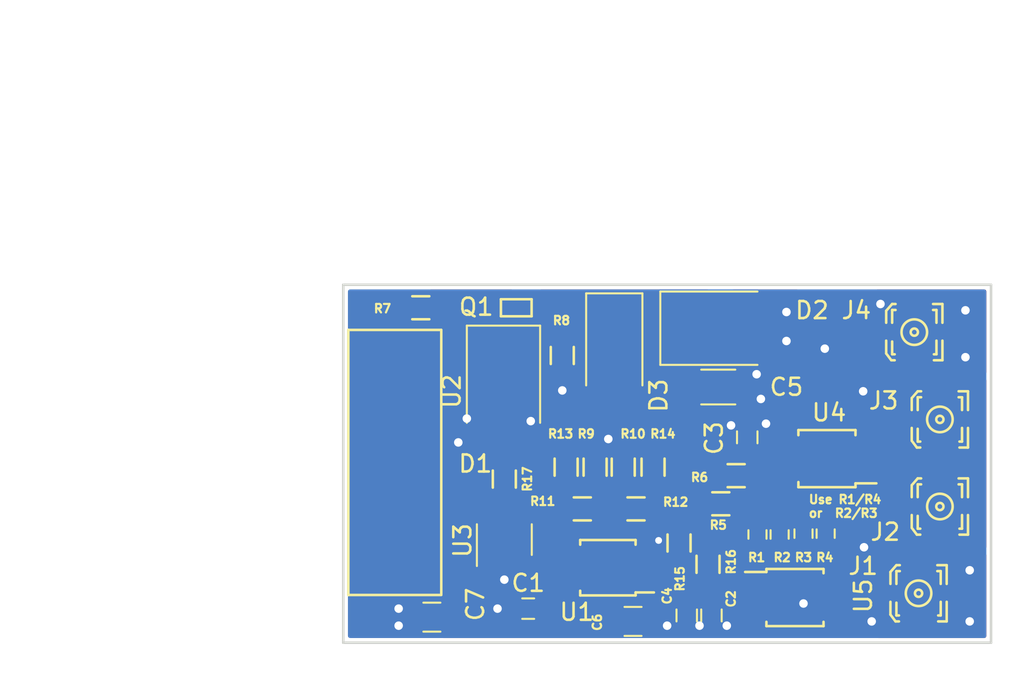
<source format=kicad_pcb>
(kicad_pcb (version 4) (host pcbnew 4.0.6-e0-6349~52~ubuntu16.10.1)

  (general
    (links 90)
    (no_connects 2)
    (area 122.924999 90.424999 161.075001 111.575001)
    (thickness 1.6)
    (drawings 7)
    (tracks 451)
    (zones 0)
    (modules 37)
    (nets 28)
  )

  (page A4)
  (layers
    (0 F.Cu signal)
    (31 B.Cu signal)
    (32 B.Adhes user)
    (33 F.Adhes user)
    (34 B.Paste user)
    (35 F.Paste user)
    (36 B.SilkS user)
    (37 F.SilkS user)
    (38 B.Mask user)
    (39 F.Mask user)
    (40 Dwgs.User user)
    (41 Cmts.User user)
    (42 Eco1.User user)
    (43 Eco2.User user)
    (44 Edge.Cuts user)
    (45 Margin user)
    (46 B.CrtYd user)
    (47 F.CrtYd user)
    (48 B.Fab user)
    (49 F.Fab user)
  )

  (setup
    (last_trace_width 0.762)
    (user_trace_width 0.2)
    (user_trace_width 0.25)
    (user_trace_width 0.4)
    (user_trace_width 0.508)
    (user_trace_width 0.65)
    (user_trace_width 0.762)
    (trace_clearance 0.19)
    (zone_clearance 0.2)
    (zone_45_only no)
    (trace_min 0.2)
    (segment_width 0.2)
    (edge_width 0.15)
    (via_size 0.6)
    (via_drill 0.4)
    (via_min_size 0.4)
    (via_min_drill 0.3)
    (user_via 0.6 0.4)
    (user_via 0.9 0.5)
    (uvia_size 0.3)
    (uvia_drill 0.1)
    (uvias_allowed no)
    (uvia_min_size 0.2)
    (uvia_min_drill 0.1)
    (pcb_text_width 0.3)
    (pcb_text_size 1.5 1.5)
    (mod_edge_width 0.15)
    (mod_text_size 1 1)
    (mod_text_width 0.15)
    (pad_size 2.2 1.4)
    (pad_drill 0)
    (pad_to_mask_clearance 0.2)
    (aux_axis_origin 0 0)
    (visible_elements FFFFFF7F)
    (pcbplotparams
      (layerselection 0x00030_80000001)
      (usegerberextensions false)
      (excludeedgelayer true)
      (linewidth 0.100000)
      (plotframeref false)
      (viasonmask false)
      (mode 1)
      (useauxorigin false)
      (hpglpennumber 1)
      (hpglpenspeed 20)
      (hpglpendiameter 15)
      (hpglpenoverlay 2)
      (psnegative false)
      (psa4output false)
      (plotreference true)
      (plotvalue true)
      (plotinvisibletext false)
      (padsonsilk false)
      (subtractmaskfromsilk false)
      (outputformat 1)
      (mirror false)
      (drillshape 1)
      (scaleselection 1)
      (outputdirectory ""))
  )

  (net 0 "")
  (net 1 "Net-(U1-Pad3)")
  (net 2 SCL-)
  (net 3 SCL+)
  (net 4 SDA+)
  (net 5 SDA-)
  (net 6 "Net-(U2-Pad4)")
  (net 7 "Net-(U2-Pad2)")
  (net 8 GND)
  (net 9 +3V3)
  (net 10 SD1)
  (net 11 "Net-(R1-Pad2)")
  (net 12 SC1)
  (net 13 "Net-(R2-Pad2)")
  (net 14 SD0)
  (net 15 SC0)
  (net 16 SDA)
  (net 17 SCL)
  (net 18 "Net-(U4-Pad4)")
  (net 19 "Net-(U4-Pad5)")
  (net 20 "Net-(D3-Pad2)")
  (net 21 "Net-(R7-Pad2)")
  (net 22 SHLD2)
  (net 23 SHLD1)
  (net 24 CIN1)
  (net 25 CIN2)
  (net 26 "Net-(R17-Pad2)")
  (net 27 VSRC)

  (net_class Default "This is the default net class."
    (clearance 0.19)
    (trace_width 0.25)
    (via_dia 0.6)
    (via_drill 0.4)
    (uvia_dia 0.3)
    (uvia_drill 0.1)
    (add_net +3V3)
    (add_net CIN1)
    (add_net CIN2)
    (add_net GND)
    (add_net "Net-(D3-Pad2)")
    (add_net "Net-(R1-Pad2)")
    (add_net "Net-(R17-Pad2)")
    (add_net "Net-(R2-Pad2)")
    (add_net "Net-(R7-Pad2)")
    (add_net "Net-(U1-Pad3)")
    (add_net "Net-(U2-Pad2)")
    (add_net "Net-(U2-Pad4)")
    (add_net "Net-(U4-Pad4)")
    (add_net "Net-(U4-Pad5)")
    (add_net SC0)
    (add_net SC1)
    (add_net SCL)
    (add_net SCL+)
    (add_net SCL-)
    (add_net SD0)
    (add_net SD1)
    (add_net SDA)
    (add_net SDA+)
    (add_net SDA-)
    (add_net SHLD1)
    (add_net SHLD2)
    (add_net VSRC)
  )

  (module TO_SOT_Packages_SMD:SOT-23-6 (layer F.Cu) (tedit 59382299) (tstamp 5933426C)
    (at 132.45 105.45 90)
    (descr "6-pin SOT-23 package")
    (tags SOT-23-6)
    (path /5933403F)
    (attr smd)
    (fp_text reference U3 (at -0.05 -2.45 90) (layer F.SilkS)
      (effects (font (size 1 1) (thickness 0.15)))
    )
    (fp_text value WE824013 (at 0 2.9 90) (layer F.Fab)
      (effects (font (size 1 1) (thickness 0.15)))
    )
    (fp_text user %R (at 0 0 90) (layer F.Fab)
      (effects (font (size 0.5 0.5) (thickness 0.075)))
    )
    (fp_line (start -0.9 1.61) (end 0.9 1.61) (layer F.SilkS) (width 0.12))
    (fp_line (start 0.9 -1.61) (end -1.55 -1.61) (layer F.SilkS) (width 0.12))
    (fp_line (start 1.9 -1.8) (end -1.9 -1.8) (layer F.CrtYd) (width 0.05))
    (fp_line (start 1.9 1.8) (end 1.9 -1.8) (layer F.CrtYd) (width 0.05))
    (fp_line (start -1.9 1.8) (end 1.9 1.8) (layer F.CrtYd) (width 0.05))
    (fp_line (start -1.9 -1.8) (end -1.9 1.8) (layer F.CrtYd) (width 0.05))
    (fp_line (start -0.9 -0.9) (end -0.25 -1.55) (layer F.Fab) (width 0.1))
    (fp_line (start 0.9 -1.55) (end -0.25 -1.55) (layer F.Fab) (width 0.1))
    (fp_line (start -0.9 -0.9) (end -0.9 1.55) (layer F.Fab) (width 0.1))
    (fp_line (start 0.9 1.55) (end -0.9 1.55) (layer F.Fab) (width 0.1))
    (fp_line (start 0.9 -1.55) (end 0.9 1.55) (layer F.Fab) (width 0.1))
    (pad 1 smd rect (at -1.1 -0.95 90) (size 1.06 0.65) (layers F.Cu F.Paste F.Mask)
      (net 5 SDA-))
    (pad 2 smd rect (at -1.1 0 90) (size 1.06 0.65) (layers F.Cu F.Paste F.Mask)
      (net 8 GND))
    (pad 3 smd rect (at -1.1 0.95 90) (size 1.06 0.65) (layers F.Cu F.Paste F.Mask)
      (net 4 SDA+))
    (pad 4 smd rect (at 1.1 0.95 90) (size 1.06 0.65) (layers F.Cu F.Paste F.Mask)
      (net 3 SCL+))
    (pad 6 smd rect (at 1.1 -0.95 90) (size 1.06 0.65) (layers F.Cu F.Paste F.Mask)
      (net 2 SCL-))
    (pad 5 smd rect (at 1.1 0 90) (size 1.06 0.65) (layers F.Cu F.Paste F.Mask)
      (net 26 "Net-(R17-Pad2)"))
    (model ${KISYS3DMOD}/TO_SOT_Packages_SMD.3dshapes/SOT-23-6.wrl
      (at (xyz 0 0 0))
      (scale (xyz 1 1 1))
      (rotate (xyz 0 0 0))
    )
  )

  (module Housings_SSOP:TSSOP-10_3x3mm_Pitch0.5mm (layer F.Cu) (tedit 5938773E) (tstamp 58F0FCB6)
    (at 138.525 107.1 180)
    (descr "TSSOP10: plastic thin shrink small outline package; 10 leads; body width 3 mm; (see NXP SSOP-TSSOP-VSO-REFLOW.pdf and sot552-1_po.pdf)")
    (tags "SSOP 0.5")
    (path /58F1A6CA)
    (attr smd)
    (fp_text reference U1 (at 1.825 -2.6 180) (layer F.SilkS)
      (effects (font (size 1 1) (thickness 0.15)))
    )
    (fp_text value PCA9615 (at 0 2.55 180) (layer F.Fab)
      (effects (font (size 1 1) (thickness 0.15)))
    )
    (fp_line (start -0.5 -1.5) (end 1.5 -1.5) (layer F.Fab) (width 0.15))
    (fp_line (start 1.5 -1.5) (end 1.5 1.5) (layer F.Fab) (width 0.15))
    (fp_line (start 1.5 1.5) (end -1.5 1.5) (layer F.Fab) (width 0.15))
    (fp_line (start -1.5 1.5) (end -1.5 -0.5) (layer F.Fab) (width 0.15))
    (fp_line (start -1.5 -0.5) (end -0.5 -1.5) (layer F.Fab) (width 0.15))
    (fp_line (start -2.95 -1.8) (end -2.95 1.8) (layer F.CrtYd) (width 0.05))
    (fp_line (start 2.95 -1.8) (end 2.95 1.8) (layer F.CrtYd) (width 0.05))
    (fp_line (start -2.95 -1.8) (end 2.95 -1.8) (layer F.CrtYd) (width 0.05))
    (fp_line (start -2.95 1.8) (end 2.95 1.8) (layer F.CrtYd) (width 0.05))
    (fp_line (start -1.625 -1.625) (end -1.625 -1.45) (layer F.SilkS) (width 0.15))
    (fp_line (start 1.625 -1.625) (end 1.625 -1.35) (layer F.SilkS) (width 0.15))
    (fp_line (start 1.625 1.625) (end 1.625 1.35) (layer F.SilkS) (width 0.15))
    (fp_line (start -1.625 1.625) (end -1.625 1.35) (layer F.SilkS) (width 0.15))
    (fp_line (start -1.625 -1.625) (end 1.625 -1.625) (layer F.SilkS) (width 0.15))
    (fp_line (start -1.625 1.625) (end 1.625 1.625) (layer F.SilkS) (width 0.15))
    (fp_line (start -1.625 -1.45) (end -2.7 -1.45) (layer F.SilkS) (width 0.15))
    (fp_text user %R (at 0 0 180) (layer F.Fab)
      (effects (font (size 0.6 0.6) (thickness 0.15)))
    )
    (pad 1 smd rect (at -2.15 -1 180) (size 1.1 0.25) (layers F.Cu F.Paste F.Mask)
      (net 9 +3V3))
    (pad 2 smd rect (at -2.15 -0.5 180) (size 1.1 0.25) (layers F.Cu F.Paste F.Mask)
      (net 16 SDA))
    (pad 3 smd rect (at -2.15 0 180) (size 1.1 0.25) (layers F.Cu F.Paste F.Mask)
      (net 1 "Net-(U1-Pad3)"))
    (pad 4 smd rect (at -2.15 0.5 180) (size 1.1 0.25) (layers F.Cu F.Paste F.Mask)
      (net 17 SCL))
    (pad 5 smd rect (at -2.15 1 180) (size 1.1 0.25) (layers F.Cu F.Paste F.Mask)
      (net 8 GND))
    (pad 6 smd rect (at 2.15 1 180) (size 1.1 0.25) (layers F.Cu F.Paste F.Mask)
      (net 3 SCL+))
    (pad 7 smd rect (at 2.15 0.5 180) (size 1.1 0.25) (layers F.Cu F.Paste F.Mask)
      (net 2 SCL-))
    (pad 8 smd rect (at 2.15 0 180) (size 1.1 0.25) (layers F.Cu F.Paste F.Mask)
      (net 5 SDA-))
    (pad 9 smd rect (at 2.15 -0.5 180) (size 1.1 0.25) (layers F.Cu F.Paste F.Mask)
      (net 4 SDA+))
    (pad 10 smd rect (at 2.15 -1 180) (size 1.1 0.25) (layers F.Cu F.Paste F.Mask)
      (net 9 +3V3))
    (model ${KISYS3DMOD}/Housings_SSOP.3dshapes/TSSOP-10_3x3mm_Pitch0.5mm.wrl
      (at (xyz 0 0 0))
      (scale (xyz 1 1 1))
      (rotate (xyz 0 0 0))
    )
  )

  (module Connect_Addons:USB_Micro-3_GSB343133HR (layer F.Cu) (tedit 58F0F9DF) (tstamp 58F0FCCE)
    (at 124.75 98.25 270)
    (descr MicroUSB3_GSB343133HR)
    (tags "USB USB_B USB_micro_USB3")
    (path /58F1AD18)
    (attr smd)
    (fp_text reference U2 (at -1.5 -4.62 270) (layer F.SilkS)
      (effects (font (size 1 1) (thickness 0.15)))
    )
    (fp_text value Micro_USB3_GSB343133HR (at 0 6.17 270) (layer F.Fab)
      (effects (font (size 1 1) (thickness 0.15)))
    )
    (fp_line (start -5.1 1.45) (end -5.1 -4) (layer F.SilkS) (width 0.15))
    (fp_line (start -5.1 -4) (end 10.4 -4) (layer F.SilkS) (width 0.15))
    (fp_line (start 10.45 -4) (end 10.45 1.45) (layer F.SilkS) (width 0.15))
    (fp_line (start -5.1 1.45) (end 10.45 1.45) (layer F.SilkS) (width 0.15))
    (pad 10 smd rect (at 8 -2.95) (size 1.9 0.4) (layers F.Cu F.Paste F.Mask)
      (net 4 SDA+))
    (pad 9 smd rect (at 7.35 -2.95) (size 1.9 0.4) (layers F.Cu F.Paste F.Mask)
      (net 5 SDA-))
    (pad 6 smd rect (at 5.4 -2.95) (size 1.9 0.4) (layers F.Cu F.Paste F.Mask)
      (net 3 SCL+))
    (pad 7 smd rect (at 6.05 -2.95) (size 1.9 0.4) (layers F.Cu F.Paste F.Mask)
      (net 2 SCL-))
    (pad 8 smd rect (at 6.7 -2.95) (size 1.9 0.4) (layers F.Cu F.Paste F.Mask)
      (net 8 GND))
    (pad 5 smd rect (at 1.3 -2.95) (size 1.9 0.4) (layers F.Cu F.Paste F.Mask)
      (net 8 GND))
    (pad 4 smd rect (at 0.65 -2.95) (size 1.9 0.4) (layers F.Cu F.Paste F.Mask)
      (net 6 "Net-(U2-Pad4)"))
    (pad 3 smd rect (at 0 -2.95) (size 1.9 0.4) (layers F.Cu F.Paste F.Mask)
      (net 21 "Net-(R7-Pad2)"))
    (pad 2 smd rect (at -0.65 -2.95) (size 1.9 0.4) (layers F.Cu F.Paste F.Mask)
      (net 7 "Net-(U2-Pad2)"))
    (pad 11 smd rect (at -4 0 270) (size 1.8 1.9) (layers F.Cu F.Paste F.Mask))
    (pad 11 smd rect (at -1.2 0 270) (size 1.9 1.9) (layers F.Cu F.Paste F.Mask))
    (pad 11 smd rect (at 1.2 0 270) (size 1.9 1.9) (layers F.Cu F.Paste F.Mask))
    (pad 11 smd rect (at 4.5 0 270) (size 1.8 1.9) (layers F.Cu F.Paste F.Mask))
    (pad 11 smd rect (at 6.5 0 270) (size 1.8 1.9) (layers F.Cu F.Paste F.Mask))
    (pad 1 smd rect (at -1.3 -2.95) (size 1.9 0.4) (layers F.Cu F.Paste F.Mask)
      (net 27 VSRC))
    (pad 11 smd rect (at 9.1 0 270) (size 2.3 1.9) (layers F.Cu F.Paste F.Mask))
  )

  (module Capacitors_SMD:C_0603 (layer F.Cu) (tedit 59387746) (tstamp 5933422C)
    (at 133.85 109.5)
    (descr "Capacitor SMD 0603, reflow soldering, AVX (see smccp.pdf)")
    (tags "capacitor 0603")
    (path /59333A8B)
    (attr smd)
    (fp_text reference C1 (at 0 -1.5) (layer F.SilkS)
      (effects (font (size 1 1) (thickness 0.15)))
    )
    (fp_text value C (at 0 1.5) (layer F.Fab)
      (effects (font (size 1 1) (thickness 0.15)))
    )
    (fp_text user %R (at -3.65 0) (layer F.Fab)
      (effects (font (size 1 1) (thickness 0.15)))
    )
    (fp_line (start -0.8 0.4) (end -0.8 -0.4) (layer F.Fab) (width 0.1))
    (fp_line (start 0.8 0.4) (end -0.8 0.4) (layer F.Fab) (width 0.1))
    (fp_line (start 0.8 -0.4) (end 0.8 0.4) (layer F.Fab) (width 0.1))
    (fp_line (start -0.8 -0.4) (end 0.8 -0.4) (layer F.Fab) (width 0.1))
    (fp_line (start -0.35 -0.6) (end 0.35 -0.6) (layer F.SilkS) (width 0.12))
    (fp_line (start 0.35 0.6) (end -0.35 0.6) (layer F.SilkS) (width 0.12))
    (fp_line (start -1.4 -0.65) (end 1.4 -0.65) (layer F.CrtYd) (width 0.05))
    (fp_line (start -1.4 -0.65) (end -1.4 0.65) (layer F.CrtYd) (width 0.05))
    (fp_line (start 1.4 0.65) (end 1.4 -0.65) (layer F.CrtYd) (width 0.05))
    (fp_line (start 1.4 0.65) (end -1.4 0.65) (layer F.CrtYd) (width 0.05))
    (pad 1 smd rect (at -0.75 0) (size 0.8 0.75) (layers F.Cu F.Paste F.Mask)
      (net 8 GND))
    (pad 2 smd rect (at 0.75 0) (size 0.8 0.75) (layers F.Cu F.Paste F.Mask)
      (net 9 +3V3))
    (model Capacitors_SMD.3dshapes/C_0603.wrl
      (at (xyz 0 0 0))
      (scale (xyz 1 1 1))
      (rotate (xyz 0 0 0))
    )
  )

  (module Capacitors_SMD:C_0603 (layer F.Cu) (tedit 5938769B) (tstamp 59334232)
    (at 144.6 109.9 90)
    (descr "Capacitor SMD 0603, reflow soldering, AVX (see smccp.pdf)")
    (tags "capacitor 0603")
    (path /59333AE9)
    (attr smd)
    (fp_text reference C2 (at 0.975 1.15 270) (layer F.SilkS)
      (effects (font (size 0.5 0.5) (thickness 0.125)))
    )
    (fp_text value C (at 0 1.5 90) (layer F.Fab)
      (effects (font (size 1 1) (thickness 0.15)))
    )
    (fp_text user %R (at 0.8 1.575 270) (layer F.Fab)
      (effects (font (size 1 1) (thickness 0.15)))
    )
    (fp_line (start -0.8 0.4) (end -0.8 -0.4) (layer F.Fab) (width 0.1))
    (fp_line (start 0.8 0.4) (end -0.8 0.4) (layer F.Fab) (width 0.1))
    (fp_line (start 0.8 -0.4) (end 0.8 0.4) (layer F.Fab) (width 0.1))
    (fp_line (start -0.8 -0.4) (end 0.8 -0.4) (layer F.Fab) (width 0.1))
    (fp_line (start -0.35 -0.6) (end 0.35 -0.6) (layer F.SilkS) (width 0.12))
    (fp_line (start 0.35 0.6) (end -0.35 0.6) (layer F.SilkS) (width 0.12))
    (fp_line (start -1.4 -0.65) (end 1.4 -0.65) (layer F.CrtYd) (width 0.05))
    (fp_line (start -1.4 -0.65) (end -1.4 0.65) (layer F.CrtYd) (width 0.05))
    (fp_line (start 1.4 0.65) (end 1.4 -0.65) (layer F.CrtYd) (width 0.05))
    (fp_line (start 1.4 0.65) (end -1.4 0.65) (layer F.CrtYd) (width 0.05))
    (pad 1 smd rect (at -0.75 0 90) (size 0.8 0.75) (layers F.Cu F.Paste F.Mask)
      (net 8 GND))
    (pad 2 smd rect (at 0.75 0 90) (size 0.8 0.75) (layers F.Cu F.Paste F.Mask)
      (net 9 +3V3))
    (model Capacitors_SMD.3dshapes/C_0603.wrl
      (at (xyz 0 0 0))
      (scale (xyz 1 1 1))
      (rotate (xyz 0 0 0))
    )
  )

  (module Capacitors_SMD:C_0603 (layer F.Cu) (tedit 59382323) (tstamp 59334238)
    (at 146.7 99.45 90)
    (descr "Capacitor SMD 0603, reflow soldering, AVX (see smccp.pdf)")
    (tags "capacitor 0603")
    (path /5933519E)
    (attr smd)
    (fp_text reference C3 (at -0.05 -1.95 90) (layer F.SilkS)
      (effects (font (size 1 1) (thickness 0.15)))
    )
    (fp_text value C (at 0 1.5 90) (layer F.Fab)
      (effects (font (size 1 1) (thickness 0.15)))
    )
    (fp_text user %R (at 0 -1.5 90) (layer F.Fab)
      (effects (font (size 1 1) (thickness 0.15)))
    )
    (fp_line (start -0.8 0.4) (end -0.8 -0.4) (layer F.Fab) (width 0.1))
    (fp_line (start 0.8 0.4) (end -0.8 0.4) (layer F.Fab) (width 0.1))
    (fp_line (start 0.8 -0.4) (end 0.8 0.4) (layer F.Fab) (width 0.1))
    (fp_line (start -0.8 -0.4) (end 0.8 -0.4) (layer F.Fab) (width 0.1))
    (fp_line (start -0.35 -0.6) (end 0.35 -0.6) (layer F.SilkS) (width 0.12))
    (fp_line (start 0.35 0.6) (end -0.35 0.6) (layer F.SilkS) (width 0.12))
    (fp_line (start -1.4 -0.65) (end 1.4 -0.65) (layer F.CrtYd) (width 0.05))
    (fp_line (start -1.4 -0.65) (end -1.4 0.65) (layer F.CrtYd) (width 0.05))
    (fp_line (start 1.4 0.65) (end 1.4 -0.65) (layer F.CrtYd) (width 0.05))
    (fp_line (start 1.4 0.65) (end -1.4 0.65) (layer F.CrtYd) (width 0.05))
    (pad 1 smd rect (at -0.75 0 90) (size 0.8 0.75) (layers F.Cu F.Paste F.Mask)
      (net 9 +3V3))
    (pad 2 smd rect (at 0.75 0 90) (size 0.8 0.75) (layers F.Cu F.Paste F.Mask)
      (net 8 GND))
    (model Capacitors_SMD.3dshapes/C_0603.wrl
      (at (xyz 0 0 0))
      (scale (xyz 1 1 1))
      (rotate (xyz 0 0 0))
    )
  )

  (module Capacitors_SMD:C_0603 (layer F.Cu) (tedit 593878D9) (tstamp 5933423E)
    (at 143.15 109.9 270)
    (descr "Capacitor SMD 0603, reflow soldering, AVX (see smccp.pdf)")
    (tags "capacitor 0603")
    (path /593343E7)
    (attr smd)
    (fp_text reference C4 (at -1.15 1.15 450) (layer F.SilkS)
      (effects (font (size 0.5 0.5) (thickness 0.125)))
    )
    (fp_text value C (at 0 1.5 270) (layer F.Fab)
      (effects (font (size 1 1) (thickness 0.15)))
    )
    (fp_text user %R (at 0 -1.5 270) (layer F.Fab)
      (effects (font (size 1 1) (thickness 0.15)))
    )
    (fp_line (start -0.8 0.4) (end -0.8 -0.4) (layer F.Fab) (width 0.1))
    (fp_line (start 0.8 0.4) (end -0.8 0.4) (layer F.Fab) (width 0.1))
    (fp_line (start 0.8 -0.4) (end 0.8 0.4) (layer F.Fab) (width 0.1))
    (fp_line (start -0.8 -0.4) (end 0.8 -0.4) (layer F.Fab) (width 0.1))
    (fp_line (start -0.35 -0.6) (end 0.35 -0.6) (layer F.SilkS) (width 0.12))
    (fp_line (start 0.35 0.6) (end -0.35 0.6) (layer F.SilkS) (width 0.12))
    (fp_line (start -1.4 -0.65) (end 1.4 -0.65) (layer F.CrtYd) (width 0.05))
    (fp_line (start -1.4 -0.65) (end -1.4 0.65) (layer F.CrtYd) (width 0.05))
    (fp_line (start 1.4 0.65) (end 1.4 -0.65) (layer F.CrtYd) (width 0.05))
    (fp_line (start 1.4 0.65) (end -1.4 0.65) (layer F.CrtYd) (width 0.05))
    (pad 1 smd rect (at -0.75 0 270) (size 0.8 0.75) (layers F.Cu F.Paste F.Mask)
      (net 9 +3V3))
    (pad 2 smd rect (at 0.75 0 270) (size 0.8 0.75) (layers F.Cu F.Paste F.Mask)
      (net 8 GND))
    (model Capacitors_SMD.3dshapes/C_0603.wrl
      (at (xyz 0 0 0))
      (scale (xyz 1 1 1))
      (rotate (xyz 0 0 0))
    )
  )

  (module Resistors_SMD:R_0402 (layer F.Cu) (tedit 59382314) (tstamp 59334244)
    (at 148.6 105.15 90)
    (descr "Resistor SMD 0402, reflow soldering, Vishay (see dcrcw.pdf)")
    (tags "resistor 0402")
    (path /59333EC9)
    (attr smd)
    (fp_text reference R1 (at -1.35 -1.35 180) (layer F.SilkS)
      (effects (font (size 0.5 0.5) (thickness 0.125)))
    )
    (fp_text value R (at 0 1.45 90) (layer F.Fab)
      (effects (font (size 1 1) (thickness 0.15)))
    )
    (fp_text user %R (at 0 -1.35 90) (layer F.Fab)
      (effects (font (size 1 1) (thickness 0.15)))
    )
    (fp_line (start -0.5 0.25) (end -0.5 -0.25) (layer F.Fab) (width 0.1))
    (fp_line (start 0.5 0.25) (end -0.5 0.25) (layer F.Fab) (width 0.1))
    (fp_line (start 0.5 -0.25) (end 0.5 0.25) (layer F.Fab) (width 0.1))
    (fp_line (start -0.5 -0.25) (end 0.5 -0.25) (layer F.Fab) (width 0.1))
    (fp_line (start 0.25 -0.53) (end -0.25 -0.53) (layer F.SilkS) (width 0.12))
    (fp_line (start -0.25 0.53) (end 0.25 0.53) (layer F.SilkS) (width 0.12))
    (fp_line (start -0.8 -0.45) (end 0.8 -0.45) (layer F.CrtYd) (width 0.05))
    (fp_line (start -0.8 -0.45) (end -0.8 0.45) (layer F.CrtYd) (width 0.05))
    (fp_line (start 0.8 0.45) (end 0.8 -0.45) (layer F.CrtYd) (width 0.05))
    (fp_line (start 0.8 0.45) (end -0.8 0.45) (layer F.CrtYd) (width 0.05))
    (pad 1 smd rect (at -0.45 0 90) (size 0.4 0.6) (layers F.Cu F.Paste F.Mask)
      (net 10 SD1))
    (pad 2 smd rect (at 0.45 0 90) (size 0.4 0.6) (layers F.Cu F.Paste F.Mask)
      (net 11 "Net-(R1-Pad2)"))
    (model ${KISYS3DMOD}/Resistors_SMD.3dshapes/R_0402.wrl
      (at (xyz 0 0 0))
      (scale (xyz 1 1 1))
      (rotate (xyz 0 0 0))
    )
  )

  (module Resistors_SMD:R_0402 (layer F.Cu) (tedit 593822FE) (tstamp 5933424A)
    (at 150 105.1 90)
    (descr "Resistor SMD 0402, reflow soldering, Vishay (see dcrcw.pdf)")
    (tags "resistor 0402")
    (path /59334026)
    (attr smd)
    (fp_text reference R2 (at -1.4 -1.25 180) (layer F.SilkS)
      (effects (font (size 0.5 0.5) (thickness 0.125)))
    )
    (fp_text value R (at 0 1.45 90) (layer F.Fab)
      (effects (font (size 1 1) (thickness 0.15)))
    )
    (fp_text user %R (at 0 -1.35 90) (layer F.Fab)
      (effects (font (size 1 1) (thickness 0.15)))
    )
    (fp_line (start -0.5 0.25) (end -0.5 -0.25) (layer F.Fab) (width 0.1))
    (fp_line (start 0.5 0.25) (end -0.5 0.25) (layer F.Fab) (width 0.1))
    (fp_line (start 0.5 -0.25) (end 0.5 0.25) (layer F.Fab) (width 0.1))
    (fp_line (start -0.5 -0.25) (end 0.5 -0.25) (layer F.Fab) (width 0.1))
    (fp_line (start 0.25 -0.53) (end -0.25 -0.53) (layer F.SilkS) (width 0.12))
    (fp_line (start -0.25 0.53) (end 0.25 0.53) (layer F.SilkS) (width 0.12))
    (fp_line (start -0.8 -0.45) (end 0.8 -0.45) (layer F.CrtYd) (width 0.05))
    (fp_line (start -0.8 -0.45) (end -0.8 0.45) (layer F.CrtYd) (width 0.05))
    (fp_line (start 0.8 0.45) (end 0.8 -0.45) (layer F.CrtYd) (width 0.05))
    (fp_line (start 0.8 0.45) (end -0.8 0.45) (layer F.CrtYd) (width 0.05))
    (pad 1 smd rect (at -0.45 0 90) (size 0.4 0.6) (layers F.Cu F.Paste F.Mask)
      (net 12 SC1))
    (pad 2 smd rect (at 0.45 0 90) (size 0.4 0.6) (layers F.Cu F.Paste F.Mask)
      (net 13 "Net-(R2-Pad2)"))
    (model ${KISYS3DMOD}/Resistors_SMD.3dshapes/R_0402.wrl
      (at (xyz 0 0 0))
      (scale (xyz 1 1 1))
      (rotate (xyz 0 0 0))
    )
  )

  (module Resistors_SMD:R_0402 (layer F.Cu) (tedit 593822EA) (tstamp 59334250)
    (at 147.3 105.15 90)
    (descr "Resistor SMD 0402, reflow soldering, Vishay (see dcrcw.pdf)")
    (tags "resistor 0402")
    (path /59333F20)
    (attr smd)
    (fp_text reference R3 (at -1.35 2.7 180) (layer F.SilkS)
      (effects (font (size 0.5 0.5) (thickness 0.125)))
    )
    (fp_text value R (at 0 1.45 90) (layer F.Fab)
      (effects (font (size 1 1) (thickness 0.15)))
    )
    (fp_text user %R (at 0 -1.35 90) (layer F.Fab)
      (effects (font (size 1 1) (thickness 0.15)))
    )
    (fp_line (start -0.5 0.25) (end -0.5 -0.25) (layer F.Fab) (width 0.1))
    (fp_line (start 0.5 0.25) (end -0.5 0.25) (layer F.Fab) (width 0.1))
    (fp_line (start 0.5 -0.25) (end 0.5 0.25) (layer F.Fab) (width 0.1))
    (fp_line (start -0.5 -0.25) (end 0.5 -0.25) (layer F.Fab) (width 0.1))
    (fp_line (start 0.25 -0.53) (end -0.25 -0.53) (layer F.SilkS) (width 0.12))
    (fp_line (start -0.25 0.53) (end 0.25 0.53) (layer F.SilkS) (width 0.12))
    (fp_line (start -0.8 -0.45) (end 0.8 -0.45) (layer F.CrtYd) (width 0.05))
    (fp_line (start -0.8 -0.45) (end -0.8 0.45) (layer F.CrtYd) (width 0.05))
    (fp_line (start 0.8 0.45) (end 0.8 -0.45) (layer F.CrtYd) (width 0.05))
    (fp_line (start 0.8 0.45) (end -0.8 0.45) (layer F.CrtYd) (width 0.05))
    (pad 1 smd rect (at -0.45 0 90) (size 0.4 0.6) (layers F.Cu F.Paste F.Mask)
      (net 14 SD0))
    (pad 2 smd rect (at 0.45 0 90) (size 0.4 0.6) (layers F.Cu F.Paste F.Mask)
      (net 11 "Net-(R1-Pad2)"))
    (model ${KISYS3DMOD}/Resistors_SMD.3dshapes/R_0402.wrl
      (at (xyz 0 0 0))
      (scale (xyz 1 1 1))
      (rotate (xyz 0 0 0))
    )
  )

  (module Resistors_SMD:R_0402 (layer F.Cu) (tedit 593822E6) (tstamp 59334256)
    (at 151.3 105.1 90)
    (descr "Resistor SMD 0402, reflow soldering, Vishay (see dcrcw.pdf)")
    (tags "resistor 0402")
    (path /59333FAA)
    (attr smd)
    (fp_text reference R4 (at -1.4 -0.05 180) (layer F.SilkS)
      (effects (font (size 0.5 0.5) (thickness 0.125)))
    )
    (fp_text value R (at 0 1.45 90) (layer F.Fab)
      (effects (font (size 1 1) (thickness 0.15)))
    )
    (fp_text user %R (at 0 -1.35 90) (layer F.Fab)
      (effects (font (size 1 1) (thickness 0.15)))
    )
    (fp_line (start -0.5 0.25) (end -0.5 -0.25) (layer F.Fab) (width 0.1))
    (fp_line (start 0.5 0.25) (end -0.5 0.25) (layer F.Fab) (width 0.1))
    (fp_line (start 0.5 -0.25) (end 0.5 0.25) (layer F.Fab) (width 0.1))
    (fp_line (start -0.5 -0.25) (end 0.5 -0.25) (layer F.Fab) (width 0.1))
    (fp_line (start 0.25 -0.53) (end -0.25 -0.53) (layer F.SilkS) (width 0.12))
    (fp_line (start -0.25 0.53) (end 0.25 0.53) (layer F.SilkS) (width 0.12))
    (fp_line (start -0.8 -0.45) (end 0.8 -0.45) (layer F.CrtYd) (width 0.05))
    (fp_line (start -0.8 -0.45) (end -0.8 0.45) (layer F.CrtYd) (width 0.05))
    (fp_line (start 0.8 0.45) (end 0.8 -0.45) (layer F.CrtYd) (width 0.05))
    (fp_line (start 0.8 0.45) (end -0.8 0.45) (layer F.CrtYd) (width 0.05))
    (pad 1 smd rect (at -0.45 0 90) (size 0.4 0.6) (layers F.Cu F.Paste F.Mask)
      (net 15 SC0))
    (pad 2 smd rect (at 0.45 0 90) (size 0.4 0.6) (layers F.Cu F.Paste F.Mask)
      (net 13 "Net-(R2-Pad2)"))
    (model ${KISYS3DMOD}/Resistors_SMD.3dshapes/R_0402.wrl
      (at (xyz 0 0 0))
      (scale (xyz 1 1 1))
      (rotate (xyz 0 0 0))
    )
  )

  (module Resistors_SMD_Addons:R_0603_HandSolder (layer F.Cu) (tedit 593878C8) (tstamp 5933425C)
    (at 145.15 103.35 180)
    (descr "Resistor SMD 0603, reflow soldering, Vishay (see dcrcw.pdf)")
    (tags "resistor 0603 hand solder")
    (path /59334E61)
    (attr smd)
    (fp_text reference R5 (at 0.15 -1.25 180) (layer F.SilkS)
      (effects (font (size 0.5 0.5) (thickness 0.125)))
    )
    (fp_text value 2K2 (at 0 1.9 180) (layer F.Fab)
      (effects (font (size 1 1) (thickness 0.15)))
    )
    (fp_line (start -0.8 0.4) (end -0.8 -0.4) (layer F.Fab) (width 0.1))
    (fp_line (start 0.8 0.4) (end -0.8 0.4) (layer F.Fab) (width 0.1))
    (fp_line (start 0.8 -0.4) (end 0.8 0.4) (layer F.Fab) (width 0.1))
    (fp_line (start -0.8 -0.4) (end 0.8 -0.4) (layer F.Fab) (width 0.1))
    (fp_line (start -1.3 -0.8) (end 1.3 -0.8) (layer F.CrtYd) (width 0.05))
    (fp_line (start -1.3 0.8) (end 1.3 0.8) (layer F.CrtYd) (width 0.05))
    (fp_line (start -1.3 -0.8) (end -1.3 0.8) (layer F.CrtYd) (width 0.05))
    (fp_line (start 1.3 -0.8) (end 1.3 0.8) (layer F.CrtYd) (width 0.05))
    (fp_line (start 0.5 0.675) (end -0.5 0.675) (layer F.SilkS) (width 0.15))
    (fp_line (start -0.5 -0.675) (end 0.5 -0.675) (layer F.SilkS) (width 0.15))
    (pad 1 smd rect (at -0.95 0 180) (size 0.9 0.9) (layers F.Cu F.Paste F.Mask)
      (net 11 "Net-(R1-Pad2)"))
    (pad 2 smd rect (at 0.95 0 180) (size 0.9 0.9) (layers F.Cu F.Paste F.Mask)
      (net 9 +3V3))
    (model Resistors_SMD.3dshapes/R_0603.wrl
      (at (xyz 0 0 0))
      (scale (xyz 1 1 1))
      (rotate (xyz 0 0 0))
    )
  )

  (module Resistors_SMD_Addons:R_0603_HandSolder (layer F.Cu) (tedit 593878B5) (tstamp 59334262)
    (at 146.05 101.7)
    (descr "Resistor SMD 0603, reflow soldering, Vishay (see dcrcw.pdf)")
    (tags "resistor 0603 hand solder")
    (path /59334D85)
    (attr smd)
    (fp_text reference R6 (at -2.15 0.1) (layer F.SilkS)
      (effects (font (size 0.5 0.5) (thickness 0.125)))
    )
    (fp_text value 2K2 (at 0 1.9) (layer F.Fab)
      (effects (font (size 1 1) (thickness 0.15)))
    )
    (fp_line (start -0.8 0.4) (end -0.8 -0.4) (layer F.Fab) (width 0.1))
    (fp_line (start 0.8 0.4) (end -0.8 0.4) (layer F.Fab) (width 0.1))
    (fp_line (start 0.8 -0.4) (end 0.8 0.4) (layer F.Fab) (width 0.1))
    (fp_line (start -0.8 -0.4) (end 0.8 -0.4) (layer F.Fab) (width 0.1))
    (fp_line (start -1.3 -0.8) (end 1.3 -0.8) (layer F.CrtYd) (width 0.05))
    (fp_line (start -1.3 0.8) (end 1.3 0.8) (layer F.CrtYd) (width 0.05))
    (fp_line (start -1.3 -0.8) (end -1.3 0.8) (layer F.CrtYd) (width 0.05))
    (fp_line (start 1.3 -0.8) (end 1.3 0.8) (layer F.CrtYd) (width 0.05))
    (fp_line (start 0.5 0.675) (end -0.5 0.675) (layer F.SilkS) (width 0.15))
    (fp_line (start -0.5 -0.675) (end 0.5 -0.675) (layer F.SilkS) (width 0.15))
    (pad 1 smd rect (at -0.95 0) (size 0.9 0.9) (layers F.Cu F.Paste F.Mask)
      (net 9 +3V3))
    (pad 2 smd rect (at 0.95 0) (size 0.9 0.9) (layers F.Cu F.Paste F.Mask)
      (net 13 "Net-(R2-Pad2)"))
    (model Resistors_SMD.3dshapes/R_0603.wrl
      (at (xyz 0 0 0))
      (scale (xyz 1 1 1))
      (rotate (xyz 0 0 0))
    )
  )

  (module Housings_SSOP:MSOP-10_3x3mm_Pitch0.5mm (layer F.Cu) (tedit 593802D6) (tstamp 5933427A)
    (at 151.375 100.7 180)
    (descr "10-Lead Plastic Micro Small Outline Package (MS) [MSOP] (see Microchip Packaging Specification 00000049BS.pdf)")
    (tags "SSOP 0.5")
    (path /59333DB5)
    (attr smd)
    (fp_text reference U4 (at -0.125 2.7 180) (layer F.SilkS)
      (effects (font (size 1 1) (thickness 0.15)))
    )
    (fp_text value FDC1004 (at 0 2.6 180) (layer F.Fab)
      (effects (font (size 1 1) (thickness 0.15)))
    )
    (fp_line (start -0.5 -1.5) (end 1.5 -1.5) (layer F.Fab) (width 0.15))
    (fp_line (start 1.5 -1.5) (end 1.5 1.5) (layer F.Fab) (width 0.15))
    (fp_line (start 1.5 1.5) (end -1.5 1.5) (layer F.Fab) (width 0.15))
    (fp_line (start -1.5 1.5) (end -1.5 -0.5) (layer F.Fab) (width 0.15))
    (fp_line (start -1.5 -0.5) (end -0.5 -1.5) (layer F.Fab) (width 0.15))
    (fp_line (start -3.15 -1.85) (end -3.15 1.85) (layer F.CrtYd) (width 0.05))
    (fp_line (start 3.15 -1.85) (end 3.15 1.85) (layer F.CrtYd) (width 0.05))
    (fp_line (start -3.15 -1.85) (end 3.15 -1.85) (layer F.CrtYd) (width 0.05))
    (fp_line (start -3.15 1.85) (end 3.15 1.85) (layer F.CrtYd) (width 0.05))
    (fp_line (start -1.675 -1.675) (end -1.675 -1.45) (layer F.SilkS) (width 0.15))
    (fp_line (start 1.675 -1.675) (end 1.675 -1.375) (layer F.SilkS) (width 0.15))
    (fp_line (start 1.675 1.675) (end 1.675 1.375) (layer F.SilkS) (width 0.15))
    (fp_line (start -1.675 1.675) (end -1.675 1.375) (layer F.SilkS) (width 0.15))
    (fp_line (start -1.675 -1.675) (end 1.675 -1.675) (layer F.SilkS) (width 0.15))
    (fp_line (start -1.675 1.675) (end 1.675 1.675) (layer F.SilkS) (width 0.15))
    (fp_line (start -1.675 -1.45) (end -2.9 -1.45) (layer F.SilkS) (width 0.15))
    (fp_text user %R (at 0 0 180) (layer F.Fab)
      (effects (font (size 0.6 0.6) (thickness 0.15)))
    )
    (pad 1 smd rect (at -2.2 -1 180) (size 1.4 0.3) (layers F.Cu F.Paste F.Mask)
      (net 23 SHLD1))
    (pad 2 smd rect (at -2.2 -0.5 180) (size 1.4 0.3) (layers F.Cu F.Paste F.Mask)
      (net 24 CIN1))
    (pad 3 smd rect (at -2.2 0 180) (size 1.4 0.3) (layers F.Cu F.Paste F.Mask)
      (net 25 CIN2))
    (pad 4 smd rect (at -2.2 0.5 180) (size 1.4 0.3) (layers F.Cu F.Paste F.Mask)
      (net 18 "Net-(U4-Pad4)"))
    (pad 5 smd rect (at -2.2 1 180) (size 1.4 0.3) (layers F.Cu F.Paste F.Mask)
      (net 19 "Net-(U4-Pad5)"))
    (pad 6 smd rect (at 2.2 1 180) (size 1.4 0.3) (layers F.Cu F.Paste F.Mask)
      (net 22 SHLD2))
    (pad 7 smd rect (at 2.2 0.5 180) (size 1.4 0.3) (layers F.Cu F.Paste F.Mask)
      (net 8 GND))
    (pad 8 smd rect (at 2.2 0 180) (size 1.4 0.3) (layers F.Cu F.Paste F.Mask)
      (net 9 +3V3))
    (pad 9 smd rect (at 2.2 -0.5 180) (size 1.4 0.3) (layers F.Cu F.Paste F.Mask)
      (net 13 "Net-(R2-Pad2)"))
    (pad 10 smd rect (at 2.2 -1 180) (size 1.4 0.3) (layers F.Cu F.Paste F.Mask)
      (net 11 "Net-(R1-Pad2)"))
    (model ${KISYS3DMOD}/Housings_SSOP.3dshapes/MSOP-10_3x3mm_Pitch0.5mm.wrl
      (at (xyz 0 0 0))
      (scale (xyz 1 1 1))
      (rotate (xyz 0 0 0))
    )
  )

  (module Housings_SSOP:MSOP-8_3x3mm_Pitch0.65mm (layer F.Cu) (tedit 593822C8) (tstamp 59334286)
    (at 149.5 108.85)
    (descr "8-Lead Plastic Micro Small Outline Package (MS) [MSOP] (see Microchip Packaging Specification 00000049BS.pdf)")
    (tags "SSOP 0.65")
    (path /59334094)
    (attr smd)
    (fp_text reference U5 (at 4 -0.1 270) (layer F.SilkS)
      (effects (font (size 1 1) (thickness 0.15)))
    )
    (fp_text value PI4MSD5V9540 (at 0 2.6) (layer F.Fab)
      (effects (font (size 1 1) (thickness 0.15)))
    )
    (fp_line (start -0.5 -1.5) (end 1.5 -1.5) (layer F.Fab) (width 0.15))
    (fp_line (start 1.5 -1.5) (end 1.5 1.5) (layer F.Fab) (width 0.15))
    (fp_line (start 1.5 1.5) (end -1.5 1.5) (layer F.Fab) (width 0.15))
    (fp_line (start -1.5 1.5) (end -1.5 -0.5) (layer F.Fab) (width 0.15))
    (fp_line (start -1.5 -0.5) (end -0.5 -1.5) (layer F.Fab) (width 0.15))
    (fp_line (start -3.2 -1.85) (end -3.2 1.85) (layer F.CrtYd) (width 0.05))
    (fp_line (start 3.2 -1.85) (end 3.2 1.85) (layer F.CrtYd) (width 0.05))
    (fp_line (start -3.2 -1.85) (end 3.2 -1.85) (layer F.CrtYd) (width 0.05))
    (fp_line (start -3.2 1.85) (end 3.2 1.85) (layer F.CrtYd) (width 0.05))
    (fp_line (start -1.675 -1.675) (end -1.675 -1.5) (layer F.SilkS) (width 0.15))
    (fp_line (start 1.675 -1.675) (end 1.675 -1.425) (layer F.SilkS) (width 0.15))
    (fp_line (start 1.675 1.675) (end 1.675 1.425) (layer F.SilkS) (width 0.15))
    (fp_line (start -1.675 1.675) (end -1.675 1.425) (layer F.SilkS) (width 0.15))
    (fp_line (start -1.675 -1.675) (end 1.675 -1.675) (layer F.SilkS) (width 0.15))
    (fp_line (start -1.675 1.675) (end 1.675 1.675) (layer F.SilkS) (width 0.15))
    (fp_line (start -1.675 -1.5) (end -2.925 -1.5) (layer F.SilkS) (width 0.15))
    (fp_text user %R (at 0 0) (layer F.Fab)
      (effects (font (size 0.6 0.6) (thickness 0.15)))
    )
    (pad 1 smd rect (at -2.2 -0.975) (size 1.45 0.45) (layers F.Cu F.Paste F.Mask)
      (net 17 SCL))
    (pad 2 smd rect (at -2.2 -0.325) (size 1.45 0.45) (layers F.Cu F.Paste F.Mask)
      (net 16 SDA))
    (pad 3 smd rect (at -2.2 0.325) (size 1.45 0.45) (layers F.Cu F.Paste F.Mask)
      (net 9 +3V3))
    (pad 4 smd rect (at -2.2 0.975) (size 1.45 0.45) (layers F.Cu F.Paste F.Mask)
      (net 14 SD0))
    (pad 5 smd rect (at 2.2 0.975) (size 1.45 0.45) (layers F.Cu F.Paste F.Mask)
      (net 15 SC0))
    (pad 6 smd rect (at 2.2 0.325) (size 1.45 0.45) (layers F.Cu F.Paste F.Mask)
      (net 8 GND))
    (pad 7 smd rect (at 2.2 -0.325) (size 1.45 0.45) (layers F.Cu F.Paste F.Mask)
      (net 10 SD1))
    (pad 8 smd rect (at 2.2 -0.975) (size 1.45 0.45) (layers F.Cu F.Paste F.Mask)
      (net 12 SC1))
    (model ${KISYS3DMOD}/Housings_SSOP.3dshapes/MSOP-8_3x3mm_Pitch0.65mm.wrl
      (at (xyz 0 0 0))
      (scale (xyz 1 1 1))
      (rotate (xyz 0 0 0))
    )
  )

  (module Diodes_SMD:D_SMB (layer F.Cu) (tedit 5938226A) (tstamp 593492EC)
    (at 132.4 96.45 270)
    (descr "Diode SMB")
    (tags "Diode SMB")
    (path /59348E67)
    (attr smd)
    (fp_text reference D1 (at 4.55 1.65 360) (layer F.SilkS)
      (effects (font (size 1 1) (thickness 0.15)))
    )
    (fp_text value ATV06B5V0JB-HF (at 0 3.1 270) (layer F.Fab)
      (effects (font (size 1 1) (thickness 0.15)))
    )
    (fp_text user %R (at 0 -3 270) (layer F.Fab)
      (effects (font (size 1 1) (thickness 0.15)))
    )
    (fp_line (start -3.55 -2.15) (end -3.55 2.15) (layer F.SilkS) (width 0.12))
    (fp_line (start 2.3 2) (end -2.3 2) (layer F.Fab) (width 0.1))
    (fp_line (start -2.3 2) (end -2.3 -2) (layer F.Fab) (width 0.1))
    (fp_line (start 2.3 -2) (end 2.3 2) (layer F.Fab) (width 0.1))
    (fp_line (start 2.3 -2) (end -2.3 -2) (layer F.Fab) (width 0.1))
    (fp_line (start -3.65 -2.25) (end 3.65 -2.25) (layer F.CrtYd) (width 0.05))
    (fp_line (start 3.65 -2.25) (end 3.65 2.25) (layer F.CrtYd) (width 0.05))
    (fp_line (start 3.65 2.25) (end -3.65 2.25) (layer F.CrtYd) (width 0.05))
    (fp_line (start -3.65 2.25) (end -3.65 -2.25) (layer F.CrtYd) (width 0.05))
    (fp_line (start -0.64944 0.00102) (end -1.55114 0.00102) (layer F.Fab) (width 0.1))
    (fp_line (start 0.50118 0.00102) (end 1.4994 0.00102) (layer F.Fab) (width 0.1))
    (fp_line (start -0.64944 -0.79908) (end -0.64944 0.80112) (layer F.Fab) (width 0.1))
    (fp_line (start 0.50118 0.75032) (end 0.50118 -0.79908) (layer F.Fab) (width 0.1))
    (fp_line (start -0.64944 0.00102) (end 0.50118 0.75032) (layer F.Fab) (width 0.1))
    (fp_line (start -0.64944 0.00102) (end 0.50118 -0.79908) (layer F.Fab) (width 0.1))
    (fp_line (start -3.55 2.15) (end 2.15 2.15) (layer F.SilkS) (width 0.12))
    (fp_line (start -3.55 -2.15) (end 2.15 -2.15) (layer F.SilkS) (width 0.12))
    (pad 1 smd rect (at -2.15 0 270) (size 2.5 2.3) (layers F.Cu F.Paste F.Mask)
      (net 27 VSRC))
    (pad 2 smd rect (at 2.15 0 270) (size 2.5 2.3) (layers F.Cu F.Paste F.Mask)
      (net 8 GND))
    (model ${KISYS3DMOD}/Diodes_SMD.3dshapes/D_SMB.wrl
      (at (xyz 0 0 0))
      (scale (xyz 1 1 1))
      (rotate (xyz 0 0 0))
    )
  )

  (module Diodes_SMD:D_SMB (layer F.Cu) (tedit 593802C9) (tstamp 593492F2)
    (at 145.15 93.05)
    (descr "Diode SMB")
    (tags "Diode SMB")
    (path /5934D419)
    (attr smd)
    (fp_text reference D2 (at 5.35 -1.05) (layer F.SilkS)
      (effects (font (size 1 1) (thickness 0.15)))
    )
    (fp_text value 1SMB5913BT3G (at 0 3.1) (layer F.Fab)
      (effects (font (size 1 1) (thickness 0.15)))
    )
    (fp_text user %R (at 0 -3) (layer F.Fab)
      (effects (font (size 1 1) (thickness 0.15)))
    )
    (fp_line (start -3.55 -2.15) (end -3.55 2.15) (layer F.SilkS) (width 0.12))
    (fp_line (start 2.3 2) (end -2.3 2) (layer F.Fab) (width 0.1))
    (fp_line (start -2.3 2) (end -2.3 -2) (layer F.Fab) (width 0.1))
    (fp_line (start 2.3 -2) (end 2.3 2) (layer F.Fab) (width 0.1))
    (fp_line (start 2.3 -2) (end -2.3 -2) (layer F.Fab) (width 0.1))
    (fp_line (start -3.65 -2.25) (end 3.65 -2.25) (layer F.CrtYd) (width 0.05))
    (fp_line (start 3.65 -2.25) (end 3.65 2.25) (layer F.CrtYd) (width 0.05))
    (fp_line (start 3.65 2.25) (end -3.65 2.25) (layer F.CrtYd) (width 0.05))
    (fp_line (start -3.65 2.25) (end -3.65 -2.25) (layer F.CrtYd) (width 0.05))
    (fp_line (start -0.64944 0.00102) (end -1.55114 0.00102) (layer F.Fab) (width 0.1))
    (fp_line (start 0.50118 0.00102) (end 1.4994 0.00102) (layer F.Fab) (width 0.1))
    (fp_line (start -0.64944 -0.79908) (end -0.64944 0.80112) (layer F.Fab) (width 0.1))
    (fp_line (start 0.50118 0.75032) (end 0.50118 -0.79908) (layer F.Fab) (width 0.1))
    (fp_line (start -0.64944 0.00102) (end 0.50118 0.75032) (layer F.Fab) (width 0.1))
    (fp_line (start -0.64944 0.00102) (end 0.50118 -0.79908) (layer F.Fab) (width 0.1))
    (fp_line (start -3.55 2.15) (end 2.15 2.15) (layer F.SilkS) (width 0.12))
    (fp_line (start -3.55 -2.15) (end 2.15 -2.15) (layer F.SilkS) (width 0.12))
    (pad 1 smd rect (at -2.15 0) (size 2.5 2.3) (layers F.Cu F.Paste F.Mask)
      (net 9 +3V3))
    (pad 2 smd rect (at 2.15 0) (size 2.5 2.3) (layers F.Cu F.Paste F.Mask)
      (net 8 GND))
    (model ${KISYS3DMOD}/Diodes_SMD.3dshapes/D_SMB.wrl
      (at (xyz 0 0 0))
      (scale (xyz 1 1 1))
      (rotate (xyz 0 0 0))
    )
  )

  (module Diodes_SMD:D_SMA (layer F.Cu) (tedit 593802BF) (tstamp 593492F8)
    (at 138.9 94.405 270)
    (descr "Diode SMA")
    (tags "Diode SMA")
    (path /59349159)
    (attr smd)
    (fp_text reference D3 (at 2.595 -2.6 450) (layer F.SilkS)
      (effects (font (size 1 1) (thickness 0.15)))
    )
    (fp_text value D (at 0 2.6 270) (layer F.Fab)
      (effects (font (size 1 1) (thickness 0.15)))
    )
    (fp_text user %R (at 0 -2.5 270) (layer F.Fab)
      (effects (font (size 1 1) (thickness 0.15)))
    )
    (fp_line (start -3.4 -1.65) (end -3.4 1.65) (layer F.SilkS) (width 0.12))
    (fp_line (start 2.3 1.5) (end -2.3 1.5) (layer F.Fab) (width 0.1))
    (fp_line (start -2.3 1.5) (end -2.3 -1.5) (layer F.Fab) (width 0.1))
    (fp_line (start 2.3 -1.5) (end 2.3 1.5) (layer F.Fab) (width 0.1))
    (fp_line (start 2.3 -1.5) (end -2.3 -1.5) (layer F.Fab) (width 0.1))
    (fp_line (start -3.5 -1.75) (end 3.5 -1.75) (layer F.CrtYd) (width 0.05))
    (fp_line (start 3.5 -1.75) (end 3.5 1.75) (layer F.CrtYd) (width 0.05))
    (fp_line (start 3.5 1.75) (end -3.5 1.75) (layer F.CrtYd) (width 0.05))
    (fp_line (start -3.5 1.75) (end -3.5 -1.75) (layer F.CrtYd) (width 0.05))
    (fp_line (start -0.64944 0.00102) (end -1.55114 0.00102) (layer F.Fab) (width 0.1))
    (fp_line (start 0.50118 0.00102) (end 1.4994 0.00102) (layer F.Fab) (width 0.1))
    (fp_line (start -0.64944 -0.79908) (end -0.64944 0.80112) (layer F.Fab) (width 0.1))
    (fp_line (start 0.50118 0.75032) (end 0.50118 -0.79908) (layer F.Fab) (width 0.1))
    (fp_line (start -0.64944 0.00102) (end 0.50118 0.75032) (layer F.Fab) (width 0.1))
    (fp_line (start -0.64944 0.00102) (end 0.50118 -0.79908) (layer F.Fab) (width 0.1))
    (fp_line (start -3.4 1.65) (end 2 1.65) (layer F.SilkS) (width 0.12))
    (fp_line (start -3.4 -1.65) (end 2 -1.65) (layer F.SilkS) (width 0.12))
    (pad 1 smd rect (at -2 0 270) (size 2.5 1.8) (layers F.Cu F.Paste F.Mask)
      (net 9 +3V3))
    (pad 2 smd rect (at 2 0 270) (size 2.5 1.8) (layers F.Cu F.Paste F.Mask)
      (net 20 "Net-(D3-Pad2)"))
    (model ${KISYS3DMOD}/Diodes_SMD.3dshapes/D_SMA.wrl
      (at (xyz 0 0 0))
      (scale (xyz 1 1 1))
      (rotate (xyz 0 0 0))
    )
  )

  (module TO-252-4:X1-DFN1006-3 (layer F.Cu) (tedit 59387907) (tstamp 593492FF)
    (at 133.15 91.85 180)
    (descr X1-DFN1006-3)
    (tags X1-DFN1006-3)
    (path /59349216)
    (attr smd)
    (fp_text reference Q1 (at 2.35 0.05 180) (layer F.SilkS)
      (effects (font (size 1 1) (thickness 0.15)))
    )
    (fp_text value DMP58D0LFB (at 0 2.300001 180) (layer F.Fab)
      (effects (font (size 1 1) (thickness 0.15)))
    )
    (fp_line (start 0.9 0.5) (end 0.9 -0.5) (layer F.SilkS) (width 0.15))
    (fp_line (start 0.9 -0.5) (end -0.9 -0.5) (layer F.SilkS) (width 0.15))
    (fp_line (start -0.9 -0.5) (end -0.9 0.5) (layer F.SilkS) (width 0.15))
    (fp_line (start -0.9 0.5) (end 0.9 0.5) (layer F.SilkS) (width 0.15))
    (pad 1 smd rect (at -0.45 -0.225 180) (size 0.6 0.25) (layers F.Cu F.Paste F.Mask)
      (net 20 "Net-(D3-Pad2)"))
    (pad 2 smd rect (at -0.45 0.225 180) (size 0.6 0.25) (layers F.Cu F.Paste F.Mask)
      (net 9 +3V3))
    (pad 3 smd rect (at 0.45 0 180) (size 0.6 0.7) (layers F.Cu F.Paste F.Mask)
      (net 27 VSRC))
    (model TO_SOT_Packages_SMD.3dshapes/SOT-23.wrl
      (at (xyz 0 0 0))
      (scale (xyz 1 1 1))
      (rotate (xyz 0 0 0))
    )
  )

  (module Resistors_SMD_Addons:R_0603_HandSolder (layer F.Cu) (tedit 59387903) (tstamp 59349305)
    (at 127.55 91.85 180)
    (descr "Resistor SMD 0603, reflow soldering, Vishay (see dcrcw.pdf)")
    (tags "resistor 0603 hand solder")
    (path /5934D2F3)
    (attr smd)
    (fp_text reference R7 (at 2.25 -0.05 180) (layer F.SilkS)
      (effects (font (size 0.5 0.5) (thickness 0.125)))
    )
    (fp_text value R (at 0 1.9 180) (layer F.Fab)
      (effects (font (size 1 1) (thickness 0.15)))
    )
    (fp_line (start -0.8 0.4) (end -0.8 -0.4) (layer F.Fab) (width 0.1))
    (fp_line (start 0.8 0.4) (end -0.8 0.4) (layer F.Fab) (width 0.1))
    (fp_line (start 0.8 -0.4) (end 0.8 0.4) (layer F.Fab) (width 0.1))
    (fp_line (start -0.8 -0.4) (end 0.8 -0.4) (layer F.Fab) (width 0.1))
    (fp_line (start -1.3 -0.8) (end 1.3 -0.8) (layer F.CrtYd) (width 0.05))
    (fp_line (start -1.3 0.8) (end 1.3 0.8) (layer F.CrtYd) (width 0.05))
    (fp_line (start -1.3 -0.8) (end -1.3 0.8) (layer F.CrtYd) (width 0.05))
    (fp_line (start 1.3 -0.8) (end 1.3 0.8) (layer F.CrtYd) (width 0.05))
    (fp_line (start 0.5 0.675) (end -0.5 0.675) (layer F.SilkS) (width 0.15))
    (fp_line (start -0.5 -0.675) (end 0.5 -0.675) (layer F.SilkS) (width 0.15))
    (pad 1 smd rect (at -0.95 0 180) (size 0.9 0.9) (layers F.Cu F.Paste F.Mask)
      (net 27 VSRC))
    (pad 2 smd rect (at 0.95 0 180) (size 0.9 0.9) (layers F.Cu F.Paste F.Mask)
      (net 21 "Net-(R7-Pad2)"))
    (model Resistors_SMD.3dshapes/R_0603.wrl
      (at (xyz 0 0 0))
      (scale (xyz 1 1 1))
      (rotate (xyz 0 0 0))
    )
  )

  (module Resistors_SMD_Addons:R_0603_HandSolder (layer F.Cu) (tedit 593878F5) (tstamp 5934930B)
    (at 135.85 94.65 90)
    (descr "Resistor SMD 0603, reflow soldering, Vishay (see dcrcw.pdf)")
    (tags "resistor 0603 hand solder")
    (path /59349415)
    (attr smd)
    (fp_text reference R8 (at 2.05 -0.05 180) (layer F.SilkS)
      (effects (font (size 0.5 0.5) (thickness 0.125)))
    )
    (fp_text value R (at 0 1.9 90) (layer F.Fab)
      (effects (font (size 1 1) (thickness 0.15)))
    )
    (fp_line (start -0.8 0.4) (end -0.8 -0.4) (layer F.Fab) (width 0.1))
    (fp_line (start 0.8 0.4) (end -0.8 0.4) (layer F.Fab) (width 0.1))
    (fp_line (start 0.8 -0.4) (end 0.8 0.4) (layer F.Fab) (width 0.1))
    (fp_line (start -0.8 -0.4) (end 0.8 -0.4) (layer F.Fab) (width 0.1))
    (fp_line (start -1.3 -0.8) (end 1.3 -0.8) (layer F.CrtYd) (width 0.05))
    (fp_line (start -1.3 0.8) (end 1.3 0.8) (layer F.CrtYd) (width 0.05))
    (fp_line (start -1.3 -0.8) (end -1.3 0.8) (layer F.CrtYd) (width 0.05))
    (fp_line (start 1.3 -0.8) (end 1.3 0.8) (layer F.CrtYd) (width 0.05))
    (fp_line (start 0.5 0.675) (end -0.5 0.675) (layer F.SilkS) (width 0.15))
    (fp_line (start -0.5 -0.675) (end 0.5 -0.675) (layer F.SilkS) (width 0.15))
    (pad 1 smd rect (at -0.95 0 90) (size 0.9 0.9) (layers F.Cu F.Paste F.Mask)
      (net 8 GND))
    (pad 2 smd rect (at 0.95 0 90) (size 0.9 0.9) (layers F.Cu F.Paste F.Mask)
      (net 20 "Net-(D3-Pad2)"))
    (model Resistors_SMD.3dshapes/R_0603.wrl
      (at (xyz 0 0 0))
      (scale (xyz 1 1 1))
      (rotate (xyz 0 0 0))
    )
  )

  (module Resistors_SMD_Addons:R_0603_HandSolder (layer F.Cu) (tedit 5938224C) (tstamp 5935D704)
    (at 137.775 101.2 270)
    (descr "Resistor SMD 0603, reflow soldering, Vishay (see dcrcw.pdf)")
    (tags "resistor 0603 hand solder")
    (path /5935D7B0)
    (attr smd)
    (fp_text reference R9 (at -1.95 0.525 360) (layer F.SilkS)
      (effects (font (size 0.5 0.5) (thickness 0.125)))
    )
    (fp_text value R (at 0 1.9 270) (layer F.Fab)
      (effects (font (size 1 1) (thickness 0.15)))
    )
    (fp_line (start -0.8 0.4) (end -0.8 -0.4) (layer F.Fab) (width 0.1))
    (fp_line (start 0.8 0.4) (end -0.8 0.4) (layer F.Fab) (width 0.1))
    (fp_line (start 0.8 -0.4) (end 0.8 0.4) (layer F.Fab) (width 0.1))
    (fp_line (start -0.8 -0.4) (end 0.8 -0.4) (layer F.Fab) (width 0.1))
    (fp_line (start -1.3 -0.8) (end 1.3 -0.8) (layer F.CrtYd) (width 0.05))
    (fp_line (start -1.3 0.8) (end 1.3 0.8) (layer F.CrtYd) (width 0.05))
    (fp_line (start -1.3 -0.8) (end -1.3 0.8) (layer F.CrtYd) (width 0.05))
    (fp_line (start 1.3 -0.8) (end 1.3 0.8) (layer F.CrtYd) (width 0.05))
    (fp_line (start 0.5 0.675) (end -0.5 0.675) (layer F.SilkS) (width 0.15))
    (fp_line (start -0.5 -0.675) (end 0.5 -0.675) (layer F.SilkS) (width 0.15))
    (pad 1 smd rect (at -0.95 0 270) (size 0.9 0.9) (layers F.Cu F.Paste F.Mask)
      (net 8 GND))
    (pad 2 smd rect (at 0.95 0 270) (size 0.9 0.9) (layers F.Cu F.Paste F.Mask)
      (net 2 SCL-))
    (model Resistors_SMD.3dshapes/R_0603.wrl
      (at (xyz 0 0 0))
      (scale (xyz 1 1 1))
      (rotate (xyz 0 0 0))
    )
  )

  (module Resistors_SMD_Addons:R_0603_HandSolder (layer F.Cu) (tedit 5938223E) (tstamp 5935D70A)
    (at 139.425 101.2 270)
    (descr "Resistor SMD 0603, reflow soldering, Vishay (see dcrcw.pdf)")
    (tags "resistor 0603 hand solder")
    (path /5935DCF0)
    (attr smd)
    (fp_text reference R10 (at -1.95 -0.575 360) (layer F.SilkS)
      (effects (font (size 0.5 0.5) (thickness 0.125)))
    )
    (fp_text value R (at 0 1.9 270) (layer F.Fab)
      (effects (font (size 1 1) (thickness 0.15)))
    )
    (fp_line (start -0.8 0.4) (end -0.8 -0.4) (layer F.Fab) (width 0.1))
    (fp_line (start 0.8 0.4) (end -0.8 0.4) (layer F.Fab) (width 0.1))
    (fp_line (start 0.8 -0.4) (end 0.8 0.4) (layer F.Fab) (width 0.1))
    (fp_line (start -0.8 -0.4) (end 0.8 -0.4) (layer F.Fab) (width 0.1))
    (fp_line (start -1.3 -0.8) (end 1.3 -0.8) (layer F.CrtYd) (width 0.05))
    (fp_line (start -1.3 0.8) (end 1.3 0.8) (layer F.CrtYd) (width 0.05))
    (fp_line (start -1.3 -0.8) (end -1.3 0.8) (layer F.CrtYd) (width 0.05))
    (fp_line (start 1.3 -0.8) (end 1.3 0.8) (layer F.CrtYd) (width 0.05))
    (fp_line (start 0.5 0.675) (end -0.5 0.675) (layer F.SilkS) (width 0.15))
    (fp_line (start -0.5 -0.675) (end 0.5 -0.675) (layer F.SilkS) (width 0.15))
    (pad 1 smd rect (at -0.95 0 270) (size 0.9 0.9) (layers F.Cu F.Paste F.Mask)
      (net 8 GND))
    (pad 2 smd rect (at 0.95 0 270) (size 0.9 0.9) (layers F.Cu F.Paste F.Mask)
      (net 5 SDA-))
    (model Resistors_SMD.3dshapes/R_0603.wrl
      (at (xyz 0 0 0))
      (scale (xyz 1 1 1))
      (rotate (xyz 0 0 0))
    )
  )

  (module Resistors_SMD_Addons:R_0603_HandSolder (layer F.Cu) (tedit 5938789C) (tstamp 5935D710)
    (at 137.025 103.65 180)
    (descr "Resistor SMD 0603, reflow soldering, Vishay (see dcrcw.pdf)")
    (tags "resistor 0603 hand solder")
    (path /5935DBF5)
    (attr smd)
    (fp_text reference R11 (at 2.325 0.45 360) (layer F.SilkS)
      (effects (font (size 0.5 0.5) (thickness 0.125)))
    )
    (fp_text value R (at 0 1.9 180) (layer F.Fab)
      (effects (font (size 1 1) (thickness 0.15)))
    )
    (fp_line (start -0.8 0.4) (end -0.8 -0.4) (layer F.Fab) (width 0.1))
    (fp_line (start 0.8 0.4) (end -0.8 0.4) (layer F.Fab) (width 0.1))
    (fp_line (start 0.8 -0.4) (end 0.8 0.4) (layer F.Fab) (width 0.1))
    (fp_line (start -0.8 -0.4) (end 0.8 -0.4) (layer F.Fab) (width 0.1))
    (fp_line (start -1.3 -0.8) (end 1.3 -0.8) (layer F.CrtYd) (width 0.05))
    (fp_line (start -1.3 0.8) (end 1.3 0.8) (layer F.CrtYd) (width 0.05))
    (fp_line (start -1.3 -0.8) (end -1.3 0.8) (layer F.CrtYd) (width 0.05))
    (fp_line (start 1.3 -0.8) (end 1.3 0.8) (layer F.CrtYd) (width 0.05))
    (fp_line (start 0.5 0.675) (end -0.5 0.675) (layer F.SilkS) (width 0.15))
    (fp_line (start -0.5 -0.675) (end 0.5 -0.675) (layer F.SilkS) (width 0.15))
    (pad 1 smd rect (at -0.95 0 180) (size 0.9 0.9) (layers F.Cu F.Paste F.Mask)
      (net 2 SCL-))
    (pad 2 smd rect (at 0.95 0 180) (size 0.9 0.9) (layers F.Cu F.Paste F.Mask)
      (net 3 SCL+))
    (model Resistors_SMD.3dshapes/R_0603.wrl
      (at (xyz 0 0 0))
      (scale (xyz 1 1 1))
      (rotate (xyz 0 0 0))
    )
  )

  (module Resistors_SMD_Addons:R_0603_HandSolder (layer F.Cu) (tedit 59382211) (tstamp 5935D716)
    (at 140.175 103.65)
    (descr "Resistor SMD 0603, reflow soldering, Vishay (see dcrcw.pdf)")
    (tags "resistor 0603 hand solder")
    (path /5935DD79)
    (attr smd)
    (fp_text reference R12 (at 2.325 -0.4) (layer F.SilkS)
      (effects (font (size 0.5 0.5) (thickness 0.125)))
    )
    (fp_text value R (at 0 1.9) (layer F.Fab)
      (effects (font (size 1 1) (thickness 0.15)))
    )
    (fp_line (start -0.8 0.4) (end -0.8 -0.4) (layer F.Fab) (width 0.1))
    (fp_line (start 0.8 0.4) (end -0.8 0.4) (layer F.Fab) (width 0.1))
    (fp_line (start 0.8 -0.4) (end 0.8 0.4) (layer F.Fab) (width 0.1))
    (fp_line (start -0.8 -0.4) (end 0.8 -0.4) (layer F.Fab) (width 0.1))
    (fp_line (start -1.3 -0.8) (end 1.3 -0.8) (layer F.CrtYd) (width 0.05))
    (fp_line (start -1.3 0.8) (end 1.3 0.8) (layer F.CrtYd) (width 0.05))
    (fp_line (start -1.3 -0.8) (end -1.3 0.8) (layer F.CrtYd) (width 0.05))
    (fp_line (start 1.3 -0.8) (end 1.3 0.8) (layer F.CrtYd) (width 0.05))
    (fp_line (start 0.5 0.675) (end -0.5 0.675) (layer F.SilkS) (width 0.15))
    (fp_line (start -0.5 -0.675) (end 0.5 -0.675) (layer F.SilkS) (width 0.15))
    (pad 1 smd rect (at -0.95 0) (size 0.9 0.9) (layers F.Cu F.Paste F.Mask)
      (net 5 SDA-))
    (pad 2 smd rect (at 0.95 0) (size 0.9 0.9) (layers F.Cu F.Paste F.Mask)
      (net 4 SDA+))
    (model Resistors_SMD.3dshapes/R_0603.wrl
      (at (xyz 0 0 0))
      (scale (xyz 1 1 1))
      (rotate (xyz 0 0 0))
    )
  )

  (module Resistors_SMD_Addons:R_0603_HandSolder (layer F.Cu) (tedit 5938225B) (tstamp 5935D71C)
    (at 136.075 101.2 90)
    (descr "Resistor SMD 0603, reflow soldering, Vishay (see dcrcw.pdf)")
    (tags "resistor 0603 hand solder")
    (path /5935DC58)
    (attr smd)
    (fp_text reference R13 (at 1.95 -0.325 180) (layer F.SilkS)
      (effects (font (size 0.5 0.5) (thickness 0.125)))
    )
    (fp_text value R (at 0 1.9 90) (layer F.Fab)
      (effects (font (size 1 1) (thickness 0.15)))
    )
    (fp_line (start -0.8 0.4) (end -0.8 -0.4) (layer F.Fab) (width 0.1))
    (fp_line (start 0.8 0.4) (end -0.8 0.4) (layer F.Fab) (width 0.1))
    (fp_line (start 0.8 -0.4) (end 0.8 0.4) (layer F.Fab) (width 0.1))
    (fp_line (start -0.8 -0.4) (end 0.8 -0.4) (layer F.Fab) (width 0.1))
    (fp_line (start -1.3 -0.8) (end 1.3 -0.8) (layer F.CrtYd) (width 0.05))
    (fp_line (start -1.3 0.8) (end 1.3 0.8) (layer F.CrtYd) (width 0.05))
    (fp_line (start -1.3 -0.8) (end -1.3 0.8) (layer F.CrtYd) (width 0.05))
    (fp_line (start 1.3 -0.8) (end 1.3 0.8) (layer F.CrtYd) (width 0.05))
    (fp_line (start 0.5 0.675) (end -0.5 0.675) (layer F.SilkS) (width 0.15))
    (fp_line (start -0.5 -0.675) (end 0.5 -0.675) (layer F.SilkS) (width 0.15))
    (pad 1 smd rect (at -0.95 0 90) (size 0.9 0.9) (layers F.Cu F.Paste F.Mask)
      (net 3 SCL+))
    (pad 2 smd rect (at 0.95 0 90) (size 0.9 0.9) (layers F.Cu F.Paste F.Mask)
      (net 9 +3V3))
    (model Resistors_SMD.3dshapes/R_0603.wrl
      (at (xyz 0 0 0))
      (scale (xyz 1 1 1))
      (rotate (xyz 0 0 0))
    )
  )

  (module Resistors_SMD_Addons:R_0603_HandSolder (layer F.Cu) (tedit 59382235) (tstamp 5935D722)
    (at 141.175 101.2 90)
    (descr "Resistor SMD 0603, reflow soldering, Vishay (see dcrcw.pdf)")
    (tags "resistor 0603 hand solder")
    (path /5935DDEB)
    (attr smd)
    (fp_text reference R14 (at 1.95 0.575 180) (layer F.SilkS)
      (effects (font (size 0.5 0.5) (thickness 0.125)))
    )
    (fp_text value R (at 0 1.9 90) (layer F.Fab)
      (effects (font (size 1 1) (thickness 0.15)))
    )
    (fp_line (start -0.8 0.4) (end -0.8 -0.4) (layer F.Fab) (width 0.1))
    (fp_line (start 0.8 0.4) (end -0.8 0.4) (layer F.Fab) (width 0.1))
    (fp_line (start 0.8 -0.4) (end 0.8 0.4) (layer F.Fab) (width 0.1))
    (fp_line (start -0.8 -0.4) (end 0.8 -0.4) (layer F.Fab) (width 0.1))
    (fp_line (start -1.3 -0.8) (end 1.3 -0.8) (layer F.CrtYd) (width 0.05))
    (fp_line (start -1.3 0.8) (end 1.3 0.8) (layer F.CrtYd) (width 0.05))
    (fp_line (start -1.3 -0.8) (end -1.3 0.8) (layer F.CrtYd) (width 0.05))
    (fp_line (start 1.3 -0.8) (end 1.3 0.8) (layer F.CrtYd) (width 0.05))
    (fp_line (start 0.5 0.675) (end -0.5 0.675) (layer F.SilkS) (width 0.15))
    (fp_line (start -0.5 -0.675) (end 0.5 -0.675) (layer F.SilkS) (width 0.15))
    (pad 1 smd rect (at -0.95 0 90) (size 0.9 0.9) (layers F.Cu F.Paste F.Mask)
      (net 4 SDA+))
    (pad 2 smd rect (at 0.95 0 90) (size 0.9 0.9) (layers F.Cu F.Paste F.Mask)
      (net 9 +3V3))
    (model Resistors_SMD.3dshapes/R_0603.wrl
      (at (xyz 0 0 0))
      (scale (xyz 1 1 1))
      (rotate (xyz 0 0 0))
    )
  )

  (module Resistors_SMD_Addons:R_0603_HandSolder (layer F.Cu) (tedit 593878E1) (tstamp 593699BB)
    (at 142.7 105.65 90)
    (descr "Resistor SMD 0603, reflow soldering, Vishay (see dcrcw.pdf)")
    (tags "resistor 0603 hand solder")
    (path /59368281)
    (attr smd)
    (fp_text reference R15 (at -2.1 0.05 270) (layer F.SilkS)
      (effects (font (size 0.5 0.5) (thickness 0.125)))
    )
    (fp_text value 2K2 (at 0 1.9 90) (layer F.Fab)
      (effects (font (size 1 1) (thickness 0.15)))
    )
    (fp_line (start -0.8 0.4) (end -0.8 -0.4) (layer F.Fab) (width 0.1))
    (fp_line (start 0.8 0.4) (end -0.8 0.4) (layer F.Fab) (width 0.1))
    (fp_line (start 0.8 -0.4) (end 0.8 0.4) (layer F.Fab) (width 0.1))
    (fp_line (start -0.8 -0.4) (end 0.8 -0.4) (layer F.Fab) (width 0.1))
    (fp_line (start -1.3 -0.8) (end 1.3 -0.8) (layer F.CrtYd) (width 0.05))
    (fp_line (start -1.3 0.8) (end 1.3 0.8) (layer F.CrtYd) (width 0.05))
    (fp_line (start -1.3 -0.8) (end -1.3 0.8) (layer F.CrtYd) (width 0.05))
    (fp_line (start 1.3 -0.8) (end 1.3 0.8) (layer F.CrtYd) (width 0.05))
    (fp_line (start 0.5 0.675) (end -0.5 0.675) (layer F.SilkS) (width 0.15))
    (fp_line (start -0.5 -0.675) (end 0.5 -0.675) (layer F.SilkS) (width 0.15))
    (pad 1 smd rect (at -0.95 0 90) (size 0.9 0.9) (layers F.Cu F.Paste F.Mask)
      (net 17 SCL))
    (pad 2 smd rect (at 0.95 0 90) (size 0.9 0.9) (layers F.Cu F.Paste F.Mask)
      (net 9 +3V3))
    (model Resistors_SMD.3dshapes/R_0603.wrl
      (at (xyz 0 0 0))
      (scale (xyz 1 1 1))
      (rotate (xyz 0 0 0))
    )
  )

  (module Resistors_SMD_Addons:R_0603_HandSolder (layer F.Cu) (tedit 59382358) (tstamp 593699C0)
    (at 144.4 106.9 90)
    (descr "Resistor SMD 0603, reflow soldering, Vishay (see dcrcw.pdf)")
    (tags "resistor 0603 hand solder")
    (path /593685DD)
    (attr smd)
    (fp_text reference R16 (at 0.15 1.35 90) (layer F.SilkS)
      (effects (font (size 0.5 0.5) (thickness 0.125)))
    )
    (fp_text value 2K2 (at 0 1.9 90) (layer F.Fab)
      (effects (font (size 1 1) (thickness 0.15)))
    )
    (fp_line (start -0.8 0.4) (end -0.8 -0.4) (layer F.Fab) (width 0.1))
    (fp_line (start 0.8 0.4) (end -0.8 0.4) (layer F.Fab) (width 0.1))
    (fp_line (start 0.8 -0.4) (end 0.8 0.4) (layer F.Fab) (width 0.1))
    (fp_line (start -0.8 -0.4) (end 0.8 -0.4) (layer F.Fab) (width 0.1))
    (fp_line (start -1.3 -0.8) (end 1.3 -0.8) (layer F.CrtYd) (width 0.05))
    (fp_line (start -1.3 0.8) (end 1.3 0.8) (layer F.CrtYd) (width 0.05))
    (fp_line (start -1.3 -0.8) (end -1.3 0.8) (layer F.CrtYd) (width 0.05))
    (fp_line (start 1.3 -0.8) (end 1.3 0.8) (layer F.CrtYd) (width 0.05))
    (fp_line (start 0.5 0.675) (end -0.5 0.675) (layer F.SilkS) (width 0.15))
    (fp_line (start -0.5 -0.675) (end 0.5 -0.675) (layer F.SilkS) (width 0.15))
    (pad 1 smd rect (at -0.95 0 90) (size 0.9 0.9) (layers F.Cu F.Paste F.Mask)
      (net 16 SDA))
    (pad 2 smd rect (at 0.95 0 90) (size 0.9 0.9) (layers F.Cu F.Paste F.Mask)
      (net 9 +3V3))
    (model Resistors_SMD.3dshapes/R_0603.wrl
      (at (xyz 0 0 0))
      (scale (xyz 1 1 1))
      (rotate (xyz 0 0 0))
    )
  )

  (module Connect_Addons:Amphenol_A1-JB_U.FL (layer F.Cu) (tedit 5938799C) (tstamp 59369ACE)
    (at 156.75 108.6 180)
    (descr "U.FL AMC SMD Surface Jack")
    (tags "Amphenol A1-JB U.FL AMC")
    (path /59367CF6)
    (attr smd)
    (fp_text reference J1 (at 3.25 1.6 360) (layer F.SilkS)
      (effects (font (size 1 1) (thickness 0.15)))
    )
    (fp_text value CONN_01X02 (at 0 5 180) (layer F.Fab)
      (effects (font (size 1 1) (thickness 0.15)))
    )
    (fp_line (start 2.4 2.4) (end 2.4 -2.4) (layer F.CrtYd) (width 0.15))
    (fp_line (start 2.4 -2.4) (end -2.4 -2.4) (layer F.CrtYd) (width 0.15))
    (fp_line (start -2.4 -2.4) (end -2.4 2.4) (layer F.CrtYd) (width 0.15))
    (fp_line (start -2.4 2.4) (end 2.4 2.4) (layer F.CrtYd) (width 0.15))
    (fp_line (start -1.65 -0.5) (end -1.65 -1.65) (layer F.SilkS) (width 0.15))
    (fp_line (start -1.65 -1.65) (end -1.15 -1.65) (layer F.SilkS) (width 0.15))
    (fp_line (start -1.1 1.65) (end -1.65 1.65) (layer F.SilkS) (width 0.15))
    (fp_line (start -1.65 1.65) (end -1.65 0.55) (layer F.SilkS) (width 0.15))
    (fp_line (start 1.65 -0.5) (end 1.65 -1.25) (layer F.SilkS) (width 0.15))
    (fp_line (start 1.65 -1.25) (end 1.35 -1.65) (layer F.SilkS) (width 0.15))
    (fp_line (start 1.35 -1.65) (end 1.15 -1.65) (layer F.SilkS) (width 0.15))
    (fp_line (start 1.1 1.65) (end 1.3 1.65) (layer F.SilkS) (width 0.15))
    (fp_line (start 1.3 1.65) (end 1.65 1.25) (layer F.SilkS) (width 0.15))
    (fp_line (start 1.65 1.25) (end 1.65 0.55) (layer F.SilkS) (width 0.15))
    (fp_circle (center 0 0) (end 0.15 -0.15) (layer F.SilkS) (width 0.15))
    (fp_circle (center 0 0) (end 0.45 -0.6) (layer F.SilkS) (width 0.15))
    (fp_line (start 1.1 1.3) (end 1.3 1.3) (layer F.SilkS) (width 0.15))
    (fp_line (start 1.3 1.3) (end 1.3 0.55) (layer F.SilkS) (width 0.15))
    (fp_line (start -1.1 1.3) (end -1.3 1.3) (layer F.SilkS) (width 0.15))
    (fp_line (start -1.3 1.3) (end -1.3 0.55) (layer F.SilkS) (width 0.15))
    (fp_line (start 1.15 -1.3) (end 1.3 -1.3) (layer F.SilkS) (width 0.15))
    (fp_line (start 1.3 -1.3) (end 1.3 -0.55) (layer F.SilkS) (width 0.15))
    (fp_line (start -1.3 -0.5) (end -1.3 -1.3) (layer F.SilkS) (width 0.15))
    (fp_line (start -1.3 -1.3) (end -1.15 -1.3) (layer F.SilkS) (width 0.15))
    (fp_text user %R (at 0 -5 180) (layer F.Fab)
      (effects (font (size 1 1) (thickness 0.15)))
    )
    (pad 1 smd rect (at 1.65 0 180) (size 1.3 1) (layers F.Cu F.Paste F.Mask)
      (net 22 SHLD2))
    (pad 2 smd rect (at -1.65 0 180) (size 1.3 1) (layers F.Cu F.Paste F.Mask)
      (net 8 GND))
    (pad 2 smd rect (at 0 -1.65 180) (size 2.2 1.4) (layers F.Cu F.Paste F.Mask)
      (net 8 GND))
    (pad 2 smd rect (at 0 1.65 180) (size 2.2 1.4) (layers F.Cu F.Paste F.Mask)
      (net 8 GND))
  )

  (module Connect_Addons:Amphenol_A1-JB_U.FL (layer F.Cu) (tedit 593879AF) (tstamp 59369AED)
    (at 158 103.51 180)
    (descr "U.FL AMC SMD Surface Jack")
    (tags "Amphenol A1-JB U.FL AMC")
    (path /59367E9F)
    (attr smd)
    (fp_text reference J2 (at 3.2 -1.49 360) (layer F.SilkS)
      (effects (font (size 1 1) (thickness 0.15)))
    )
    (fp_text value CONN_01X02 (at 0 5 180) (layer F.Fab)
      (effects (font (size 1 1) (thickness 0.15)))
    )
    (fp_line (start 2.4 2.4) (end 2.4 -2.4) (layer F.CrtYd) (width 0.15))
    (fp_line (start 2.4 -2.4) (end -2.4 -2.4) (layer F.CrtYd) (width 0.15))
    (fp_line (start -2.4 -2.4) (end -2.4 2.4) (layer F.CrtYd) (width 0.15))
    (fp_line (start -2.4 2.4) (end 2.4 2.4) (layer F.CrtYd) (width 0.15))
    (fp_line (start -1.65 -0.5) (end -1.65 -1.65) (layer F.SilkS) (width 0.15))
    (fp_line (start -1.65 -1.65) (end -1.15 -1.65) (layer F.SilkS) (width 0.15))
    (fp_line (start -1.1 1.65) (end -1.65 1.65) (layer F.SilkS) (width 0.15))
    (fp_line (start -1.65 1.65) (end -1.65 0.55) (layer F.SilkS) (width 0.15))
    (fp_line (start 1.65 -0.5) (end 1.65 -1.25) (layer F.SilkS) (width 0.15))
    (fp_line (start 1.65 -1.25) (end 1.35 -1.65) (layer F.SilkS) (width 0.15))
    (fp_line (start 1.35 -1.65) (end 1.15 -1.65) (layer F.SilkS) (width 0.15))
    (fp_line (start 1.1 1.65) (end 1.3 1.65) (layer F.SilkS) (width 0.15))
    (fp_line (start 1.3 1.65) (end 1.65 1.25) (layer F.SilkS) (width 0.15))
    (fp_line (start 1.65 1.25) (end 1.65 0.55) (layer F.SilkS) (width 0.15))
    (fp_circle (center 0 0) (end 0.15 -0.15) (layer F.SilkS) (width 0.15))
    (fp_circle (center 0 0) (end 0.45 -0.6) (layer F.SilkS) (width 0.15))
    (fp_line (start 1.1 1.3) (end 1.3 1.3) (layer F.SilkS) (width 0.15))
    (fp_line (start 1.3 1.3) (end 1.3 0.55) (layer F.SilkS) (width 0.15))
    (fp_line (start -1.1 1.3) (end -1.3 1.3) (layer F.SilkS) (width 0.15))
    (fp_line (start -1.3 1.3) (end -1.3 0.55) (layer F.SilkS) (width 0.15))
    (fp_line (start 1.15 -1.3) (end 1.3 -1.3) (layer F.SilkS) (width 0.15))
    (fp_line (start 1.3 -1.3) (end 1.3 -0.55) (layer F.SilkS) (width 0.15))
    (fp_line (start -1.3 -0.5) (end -1.3 -1.3) (layer F.SilkS) (width 0.15))
    (fp_line (start -1.3 -1.3) (end -1.15 -1.3) (layer F.SilkS) (width 0.15))
    (fp_text user %R (at 0 -5 180) (layer F.Fab)
      (effects (font (size 1 1) (thickness 0.15)))
    )
    (pad 1 smd rect (at 1.65 0 180) (size 1.3 1) (layers F.Cu F.Paste F.Mask)
      (net 24 CIN1))
    (pad 2 smd rect (at -1.65 0 180) (size 1.3 1) (layers F.Cu F.Paste F.Mask)
      (net 23 SHLD1))
    (pad 2 smd rect (at 0 -1.65 180) (size 2.2 1.4) (layers F.Cu F.Paste F.Mask)
      (net 23 SHLD1))
    (pad 2 smd rect (at 0 1.65 180) (size 2.2 1.4) (layers F.Cu F.Paste F.Mask)
      (net 23 SHLD1))
  )

  (module Connect_Addons:Amphenol_A1-JB_U.FL (layer F.Cu) (tedit 59387986) (tstamp 59369B0C)
    (at 158 98.4 180)
    (descr "U.FL AMC SMD Surface Jack")
    (tags "Amphenol A1-JB U.FL AMC")
    (path /59367F16)
    (attr smd)
    (fp_text reference J3 (at 3.3 1.1 180) (layer F.SilkS)
      (effects (font (size 1 1) (thickness 0.15)))
    )
    (fp_text value CONN_01X02 (at 0 5 180) (layer F.Fab)
      (effects (font (size 1 1) (thickness 0.15)))
    )
    (fp_line (start 2.4 2.4) (end 2.4 -2.4) (layer F.CrtYd) (width 0.15))
    (fp_line (start 2.4 -2.4) (end -2.4 -2.4) (layer F.CrtYd) (width 0.15))
    (fp_line (start -2.4 -2.4) (end -2.4 2.4) (layer F.CrtYd) (width 0.15))
    (fp_line (start -2.4 2.4) (end 2.4 2.4) (layer F.CrtYd) (width 0.15))
    (fp_line (start -1.65 -0.5) (end -1.65 -1.65) (layer F.SilkS) (width 0.15))
    (fp_line (start -1.65 -1.65) (end -1.15 -1.65) (layer F.SilkS) (width 0.15))
    (fp_line (start -1.1 1.65) (end -1.65 1.65) (layer F.SilkS) (width 0.15))
    (fp_line (start -1.65 1.65) (end -1.65 0.55) (layer F.SilkS) (width 0.15))
    (fp_line (start 1.65 -0.5) (end 1.65 -1.25) (layer F.SilkS) (width 0.15))
    (fp_line (start 1.65 -1.25) (end 1.35 -1.65) (layer F.SilkS) (width 0.15))
    (fp_line (start 1.35 -1.65) (end 1.15 -1.65) (layer F.SilkS) (width 0.15))
    (fp_line (start 1.1 1.65) (end 1.3 1.65) (layer F.SilkS) (width 0.15))
    (fp_line (start 1.3 1.65) (end 1.65 1.25) (layer F.SilkS) (width 0.15))
    (fp_line (start 1.65 1.25) (end 1.65 0.55) (layer F.SilkS) (width 0.15))
    (fp_circle (center 0 0) (end 0.15 -0.15) (layer F.SilkS) (width 0.15))
    (fp_circle (center 0 0) (end 0.45 -0.6) (layer F.SilkS) (width 0.15))
    (fp_line (start 1.1 1.3) (end 1.3 1.3) (layer F.SilkS) (width 0.15))
    (fp_line (start 1.3 1.3) (end 1.3 0.55) (layer F.SilkS) (width 0.15))
    (fp_line (start -1.1 1.3) (end -1.3 1.3) (layer F.SilkS) (width 0.15))
    (fp_line (start -1.3 1.3) (end -1.3 0.55) (layer F.SilkS) (width 0.15))
    (fp_line (start 1.15 -1.3) (end 1.3 -1.3) (layer F.SilkS) (width 0.15))
    (fp_line (start 1.3 -1.3) (end 1.3 -0.55) (layer F.SilkS) (width 0.15))
    (fp_line (start -1.3 -0.5) (end -1.3 -1.3) (layer F.SilkS) (width 0.15))
    (fp_line (start -1.3 -1.3) (end -1.15 -1.3) (layer F.SilkS) (width 0.15))
    (fp_text user %R (at 0 -5 180) (layer F.Fab)
      (effects (font (size 1 1) (thickness 0.15)))
    )
    (pad 1 smd rect (at 1.65 0 180) (size 1.3 1) (layers F.Cu F.Paste F.Mask)
      (net 25 CIN2))
    (pad 2 smd rect (at -1.65 0 180) (size 1.3 1) (layers F.Cu F.Paste F.Mask)
      (net 23 SHLD1))
    (pad 2 smd rect (at 0 -1.65 180) (size 2.2 1.4) (layers F.Cu F.Paste F.Mask)
      (net 23 SHLD1))
    (pad 2 smd rect (at 0 1.65 180) (size 2.2 1.4) (layers F.Cu F.Paste F.Mask)
      (net 23 SHLD1))
  )

  (module Connect_Addons:Amphenol_A1-JB_U.FL (layer F.Cu) (tedit 593879DF) (tstamp 59369B2B)
    (at 156.5 93.28 180)
    (descr "U.FL AMC SMD Surface Jack")
    (tags "Amphenol A1-JB U.FL AMC")
    (path /59367F8A)
    (attr smd)
    (fp_text reference J4 (at 3.4 1.28 180) (layer F.SilkS)
      (effects (font (size 1 1) (thickness 0.15)))
    )
    (fp_text value CONN_01X02 (at 0 5 180) (layer F.Fab)
      (effects (font (size 1 1) (thickness 0.15)))
    )
    (fp_line (start 2.4 2.4) (end 2.4 -2.4) (layer F.CrtYd) (width 0.15))
    (fp_line (start 2.4 -2.4) (end -2.4 -2.4) (layer F.CrtYd) (width 0.15))
    (fp_line (start -2.4 -2.4) (end -2.4 2.4) (layer F.CrtYd) (width 0.15))
    (fp_line (start -2.4 2.4) (end 2.4 2.4) (layer F.CrtYd) (width 0.15))
    (fp_line (start -1.65 -0.5) (end -1.65 -1.65) (layer F.SilkS) (width 0.15))
    (fp_line (start -1.65 -1.65) (end -1.15 -1.65) (layer F.SilkS) (width 0.15))
    (fp_line (start -1.1 1.65) (end -1.65 1.65) (layer F.SilkS) (width 0.15))
    (fp_line (start -1.65 1.65) (end -1.65 0.55) (layer F.SilkS) (width 0.15))
    (fp_line (start 1.65 -0.5) (end 1.65 -1.25) (layer F.SilkS) (width 0.15))
    (fp_line (start 1.65 -1.25) (end 1.35 -1.65) (layer F.SilkS) (width 0.15))
    (fp_line (start 1.35 -1.65) (end 1.15 -1.65) (layer F.SilkS) (width 0.15))
    (fp_line (start 1.1 1.65) (end 1.3 1.65) (layer F.SilkS) (width 0.15))
    (fp_line (start 1.3 1.65) (end 1.65 1.25) (layer F.SilkS) (width 0.15))
    (fp_line (start 1.65 1.25) (end 1.65 0.55) (layer F.SilkS) (width 0.15))
    (fp_circle (center 0 0) (end 0.15 -0.15) (layer F.SilkS) (width 0.15))
    (fp_circle (center 0 0) (end 0.45 -0.6) (layer F.SilkS) (width 0.15))
    (fp_line (start 1.1 1.3) (end 1.3 1.3) (layer F.SilkS) (width 0.15))
    (fp_line (start 1.3 1.3) (end 1.3 0.55) (layer F.SilkS) (width 0.15))
    (fp_line (start -1.1 1.3) (end -1.3 1.3) (layer F.SilkS) (width 0.15))
    (fp_line (start -1.3 1.3) (end -1.3 0.55) (layer F.SilkS) (width 0.15))
    (fp_line (start 1.15 -1.3) (end 1.3 -1.3) (layer F.SilkS) (width 0.15))
    (fp_line (start 1.3 -1.3) (end 1.3 -0.55) (layer F.SilkS) (width 0.15))
    (fp_line (start -1.3 -0.5) (end -1.3 -1.3) (layer F.SilkS) (width 0.15))
    (fp_line (start -1.3 -1.3) (end -1.15 -1.3) (layer F.SilkS) (width 0.15))
    (fp_text user %R (at 0 -5 180) (layer F.Fab)
      (effects (font (size 1 1) (thickness 0.15)))
    )
    (pad 1 smd rect (at 1.65 0 180) (size 1.3 1) (layers F.Cu F.Paste F.Mask)
      (net 22 SHLD2))
    (pad 2 smd rect (at -1.65 0 180) (size 1.3 1) (layers F.Cu F.Paste F.Mask)
      (net 8 GND))
    (pad 2 smd rect (at 0 -1.65 180) (size 2.2 1.4) (layers F.Cu F.Paste F.Mask)
      (net 8 GND))
    (pad 2 smd rect (at 0 1.65 180) (size 2.2 1.4) (layers F.Cu F.Paste F.Mask)
      (net 8 GND))
  )

  (module Resistors_SMD_Addons:R_0603_HandSolder (layer F.Cu) (tedit 59387891) (tstamp 5936BCAA)
    (at 132.45 101.9 270)
    (descr "Resistor SMD 0603, reflow soldering, Vishay (see dcrcw.pdf)")
    (tags "resistor 0603 hand solder")
    (path /5936BD40)
    (attr smd)
    (fp_text reference R17 (at 0 -1.35 270) (layer F.SilkS)
      (effects (font (size 0.5 0.5) (thickness 0.125)))
    )
    (fp_text value 0R0 (at 0 1.9 270) (layer F.Fab)
      (effects (font (size 1 1) (thickness 0.15)))
    )
    (fp_line (start -0.8 0.4) (end -0.8 -0.4) (layer F.Fab) (width 0.1))
    (fp_line (start 0.8 0.4) (end -0.8 0.4) (layer F.Fab) (width 0.1))
    (fp_line (start 0.8 -0.4) (end 0.8 0.4) (layer F.Fab) (width 0.1))
    (fp_line (start -0.8 -0.4) (end 0.8 -0.4) (layer F.Fab) (width 0.1))
    (fp_line (start -1.3 -0.8) (end 1.3 -0.8) (layer F.CrtYd) (width 0.05))
    (fp_line (start -1.3 0.8) (end 1.3 0.8) (layer F.CrtYd) (width 0.05))
    (fp_line (start -1.3 -0.8) (end -1.3 0.8) (layer F.CrtYd) (width 0.05))
    (fp_line (start 1.3 -0.8) (end 1.3 0.8) (layer F.CrtYd) (width 0.05))
    (fp_line (start 0.5 0.675) (end -0.5 0.675) (layer F.SilkS) (width 0.15))
    (fp_line (start -0.5 -0.675) (end 0.5 -0.675) (layer F.SilkS) (width 0.15))
    (pad 1 smd rect (at -0.95 0 270) (size 0.9 0.9) (layers F.Cu F.Paste F.Mask)
      (net 9 +3V3))
    (pad 2 smd rect (at 0.95 0 270) (size 0.9 0.9) (layers F.Cu F.Paste F.Mask)
      (net 26 "Net-(R17-Pad2)"))
    (model Resistors_SMD.3dshapes/R_0603.wrl
      (at (xyz 0 0 0))
      (scale (xyz 1 1 1))
      (rotate (xyz 0 0 0))
    )
  )

  (module Capacitors_SMD:C_1206 (layer F.Cu) (tedit 593802CC) (tstamp 5938027F)
    (at 145 96.5)
    (descr "Capacitor SMD 1206, reflow soldering, AVX (see smccp.pdf)")
    (tags "capacitor 1206")
    (path /593807C8)
    (attr smd)
    (fp_text reference C5 (at 4 0) (layer F.SilkS)
      (effects (font (size 1 1) (thickness 0.15)))
    )
    (fp_text value 10uF (at 0 2) (layer F.Fab)
      (effects (font (size 1 1) (thickness 0.15)))
    )
    (fp_text user %R (at 0 -1.75) (layer F.Fab)
      (effects (font (size 1 1) (thickness 0.15)))
    )
    (fp_line (start -1.6 0.8) (end -1.6 -0.8) (layer F.Fab) (width 0.1))
    (fp_line (start 1.6 0.8) (end -1.6 0.8) (layer F.Fab) (width 0.1))
    (fp_line (start 1.6 -0.8) (end 1.6 0.8) (layer F.Fab) (width 0.1))
    (fp_line (start -1.6 -0.8) (end 1.6 -0.8) (layer F.Fab) (width 0.1))
    (fp_line (start 1 -1.02) (end -1 -1.02) (layer F.SilkS) (width 0.12))
    (fp_line (start -1 1.02) (end 1 1.02) (layer F.SilkS) (width 0.12))
    (fp_line (start -2.25 -1.05) (end 2.25 -1.05) (layer F.CrtYd) (width 0.05))
    (fp_line (start -2.25 -1.05) (end -2.25 1.05) (layer F.CrtYd) (width 0.05))
    (fp_line (start 2.25 1.05) (end 2.25 -1.05) (layer F.CrtYd) (width 0.05))
    (fp_line (start 2.25 1.05) (end -2.25 1.05) (layer F.CrtYd) (width 0.05))
    (pad 1 smd rect (at -1.5 0) (size 1 1.6) (layers F.Cu F.Paste F.Mask)
      (net 9 +3V3))
    (pad 2 smd rect (at 1.5 0) (size 1 1.6) (layers F.Cu F.Paste F.Mask)
      (net 8 GND))
    (model Capacitors_SMD.3dshapes/C_1206.wrl
      (at (xyz 0 0 0))
      (scale (xyz 1 1 1))
      (rotate (xyz 0 0 0))
    )
  )

  (module Capacitors_SMD:C_0805 (layer F.Cu) (tedit 59387739) (tstamp 59380285)
    (at 140 110.25)
    (descr "Capacitor SMD 0805, reflow soldering, AVX (see smccp.pdf)")
    (tags "capacitor 0805")
    (path /59380929)
    (attr smd)
    (fp_text reference C6 (at -2.1 0.05 90) (layer F.SilkS)
      (effects (font (size 0.5 0.5) (thickness 0.125)))
    )
    (fp_text value 4,7uF (at 0 1.75) (layer F.Fab)
      (effects (font (size 1 1) (thickness 0.15)))
    )
    (fp_text user %R (at 0 -1.5) (layer F.Fab)
      (effects (font (size 1 1) (thickness 0.15)))
    )
    (fp_line (start -1 0.62) (end -1 -0.62) (layer F.Fab) (width 0.1))
    (fp_line (start 1 0.62) (end -1 0.62) (layer F.Fab) (width 0.1))
    (fp_line (start 1 -0.62) (end 1 0.62) (layer F.Fab) (width 0.1))
    (fp_line (start -1 -0.62) (end 1 -0.62) (layer F.Fab) (width 0.1))
    (fp_line (start 0.5 -0.85) (end -0.5 -0.85) (layer F.SilkS) (width 0.12))
    (fp_line (start -0.5 0.85) (end 0.5 0.85) (layer F.SilkS) (width 0.12))
    (fp_line (start -1.75 -0.88) (end 1.75 -0.88) (layer F.CrtYd) (width 0.05))
    (fp_line (start -1.75 -0.88) (end -1.75 0.87) (layer F.CrtYd) (width 0.05))
    (fp_line (start 1.75 0.87) (end 1.75 -0.88) (layer F.CrtYd) (width 0.05))
    (fp_line (start 1.75 0.87) (end -1.75 0.87) (layer F.CrtYd) (width 0.05))
    (pad 1 smd rect (at -1 0) (size 1 1.25) (layers F.Cu F.Paste F.Mask)
      (net 9 +3V3))
    (pad 2 smd rect (at 1 0) (size 1 1.25) (layers F.Cu F.Paste F.Mask)
      (net 8 GND))
    (model Capacitors_SMD.3dshapes/C_0805.wrl
      (at (xyz 0 0 0))
      (scale (xyz 1 1 1))
      (rotate (xyz 0 0 0))
    )
  )

  (module Capacitors_SMD:C_0805 (layer F.Cu) (tedit 5938781E) (tstamp 59387808)
    (at 128.2 110 180)
    (descr "Capacitor SMD 0805, reflow soldering, AVX (see smccp.pdf)")
    (tags "capacitor 0805")
    (path /59387A27)
    (attr smd)
    (fp_text reference C7 (at -2.55 0.75 270) (layer F.SilkS)
      (effects (font (size 1 1) (thickness 0.15)))
    )
    (fp_text value 2,2uF (at 0 1.75 180) (layer F.Fab)
      (effects (font (size 1 1) (thickness 0.15)))
    )
    (fp_text user %R (at 0 -1.5 180) (layer F.Fab)
      (effects (font (size 1 1) (thickness 0.15)))
    )
    (fp_line (start -1 0.62) (end -1 -0.62) (layer F.Fab) (width 0.1))
    (fp_line (start 1 0.62) (end -1 0.62) (layer F.Fab) (width 0.1))
    (fp_line (start 1 -0.62) (end 1 0.62) (layer F.Fab) (width 0.1))
    (fp_line (start -1 -0.62) (end 1 -0.62) (layer F.Fab) (width 0.1))
    (fp_line (start 0.5 -0.85) (end -0.5 -0.85) (layer F.SilkS) (width 0.12))
    (fp_line (start -0.5 0.85) (end 0.5 0.85) (layer F.SilkS) (width 0.12))
    (fp_line (start -1.75 -0.88) (end 1.75 -0.88) (layer F.CrtYd) (width 0.05))
    (fp_line (start -1.75 -0.88) (end -1.75 0.87) (layer F.CrtYd) (width 0.05))
    (fp_line (start 1.75 0.87) (end 1.75 -0.88) (layer F.CrtYd) (width 0.05))
    (fp_line (start 1.75 0.87) (end -1.75 0.87) (layer F.CrtYd) (width 0.05))
    (pad 1 smd rect (at -1 0 180) (size 1 1.25) (layers F.Cu F.Paste F.Mask)
      (net 9 +3V3))
    (pad 2 smd rect (at 1 0 180) (size 1 1.25) (layers F.Cu F.Paste F.Mask)
      (net 8 GND))
    (model Capacitors_SMD.3dshapes/C_0805.wrl
      (at (xyz 0 0 0))
      (scale (xyz 1 1 1))
      (rotate (xyz 0 0 0))
    )
  )

  (gr_text "Use R1/R4\nor  R2/R3" (at 150.25 103.5) (layer F.SilkS)
    (effects (font (size 0.5 0.5) (thickness 0.125)) (justify left))
  )
  (dimension 21 (width 0.3) (layer Dwgs.User)
    (gr_text "21,000 mm" (at 109.15 101 270) (layer Dwgs.User)
      (effects (font (size 1.5 1.5) (thickness 0.3)))
    )
    (feature1 (pts (xy 123 111.5) (xy 107.8 111.5)))
    (feature2 (pts (xy 123 90.5) (xy 107.8 90.5)))
    (crossbar (pts (xy 110.5 90.5) (xy 110.5 111.5)))
    (arrow1a (pts (xy 110.5 111.5) (xy 109.913579 110.373496)))
    (arrow1b (pts (xy 110.5 111.5) (xy 111.086421 110.373496)))
    (arrow2a (pts (xy 110.5 90.5) (xy 109.913579 91.626504)))
    (arrow2b (pts (xy 110.5 90.5) (xy 111.086421 91.626504)))
  )
  (gr_line (start 123 90.5) (end 123 111.5) (angle 90) (layer Edge.Cuts) (width 0.15))
  (gr_line (start 161 111.5) (end 123 111.5) (angle 90) (layer Edge.Cuts) (width 0.15))
  (gr_line (start 161 90.5) (end 123 90.5) (angle 90) (layer Edge.Cuts) (width 0.15))
  (gr_line (start 161 111.5) (end 161 90.5) (angle 90) (layer Edge.Cuts) (width 0.15))
  (dimension 38 (width 0.3) (layer Dwgs.User)
    (gr_text "38,000 mm" (at 142 75.65) (layer Dwgs.User)
      (effects (font (size 1.5 1.5) (thickness 0.3)))
    )
    (feature1 (pts (xy 161 93) (xy 161 74.3)))
    (feature2 (pts (xy 123 93) (xy 123 74.3)))
    (crossbar (pts (xy 123 77) (xy 161 77)))
    (arrow1a (pts (xy 161 77) (xy 159.873496 77.586421)))
    (arrow1b (pts (xy 161 77) (xy 159.873496 76.413579)))
    (arrow2a (pts (xy 123 77) (xy 124.126504 77.586421)))
    (arrow2b (pts (xy 123 77) (xy 124.126504 76.413579)))
  )

  (segment (start 137.775 102.15) (end 137.775 103.45) (width 0.4) (layer F.Cu) (net 2))
  (segment (start 137.775 103.45) (end 137.975 103.65) (width 0.4) (layer F.Cu) (net 2) (tstamp 593824D0))
  (segment (start 136.375 106.6) (end 137.522256 106.6) (width 0.25) (layer F.Cu) (net 2))
  (segment (start 138.140002 105.982254) (end 138.140002 103.815002) (width 0.25) (layer F.Cu) (net 2) (tstamp 593729A5))
  (segment (start 137.522256 106.6) (end 138.140002 105.982254) (width 0.25) (layer F.Cu) (net 2) (tstamp 593729A4))
  (segment (start 138.140002 103.815002) (end 137.975 103.65) (width 0.25) (layer F.Cu) (net 2) (tstamp 593729A6))
  (segment (start 131.5 104.35) (end 131.5 104.7) (width 0.25) (layer F.Cu) (net 2))
  (segment (start 131.5 104.7) (end 131.3 104.9) (width 0.25) (layer F.Cu) (net 2) (tstamp 5937298F))
  (segment (start 130.7 104.3) (end 130.677747 104.297492) (width 0.25) (layer F.Cu) (net 2))
  (segment (start 130.121816 104.137651) (end 130.109903 104.156611) (width 0.25) (layer F.Cu) (net 2))
  (segment (start 136.375 106.6) (end 135.577744 106.6) (width 0.25) (layer F.Cu) (net 2))
  (segment (start 129.654542 105.405873) (end 129.624757 105.358471) (width 0.25) (layer F.Cu) (net 2))
  (segment (start 130.093731 105.305631) (end 130.075242 105.358471) (width 0.25) (layer F.Cu) (net 2))
  (segment (start 130.045457 105.405873) (end 130.005872 105.445458) (width 0.25) (layer F.Cu) (net 2))
  (segment (start 135.577744 106.6) (end 134.212742 105.234998) (width 0.25) (layer F.Cu) (net 2))
  (segment (start 130.602507 104.222252) (end 130.597492 104.177747) (width 0.25) (layer F.Cu) (net 2))
  (segment (start 130.102507 104.177747) (end 130.1 104.2) (width 0.25) (layer F.Cu) (net 2))
  (segment (start 129.05 104.4) (end 128.65 104.4) (width 0.25) (layer F.Cu) (net 2))
  (segment (start 129.6 104.2) (end 129.597492 104.177747) (width 0.25) (layer F.Cu) (net 2))
  (segment (start 130.578183 104.137651) (end 130.562348 104.121816) (width 0.25) (layer F.Cu) (net 2))
  (segment (start 134.212742 105.234998) (end 131.634998 105.234998) (width 0.25) (layer F.Cu) (net 2))
  (segment (start 130.543388 104.109903) (end 130.522252 104.102507) (width 0.25) (layer F.Cu) (net 2))
  (segment (start 128.610908 104.381175) (end 128.604951 104.371695) (width 0.25) (layer F.Cu) (net 2))
  (segment (start 129.85 105.5) (end 129.794369 105.493732) (width 0.25) (layer F.Cu) (net 2))
  (segment (start 130.562348 104.121816) (end 130.543388 104.109903) (width 0.25) (layer F.Cu) (net 2))
  (segment (start 131.634998 105.234998) (end 131.3 104.9) (width 0.25) (layer F.Cu) (net 2))
  (segment (start 131.3 104.9) (end 130.7 104.3) (width 0.25) (layer F.Cu) (net 2) (tstamp 59372994))
  (segment (start 129.061126 104.398747) (end 129.05 104.4) (width 0.25) (layer F.Cu) (net 2))
  (segment (start 130.677747 104.297492) (end 130.656611 104.290096) (width 0.25) (layer F.Cu) (net 2))
  (segment (start 130.656611 104.290096) (end 130.637651 104.278183) (width 0.25) (layer F.Cu) (net 2))
  (segment (start 129.522252 104.102507) (end 129.5 104.1) (width 0.25) (layer F.Cu) (net 2))
  (segment (start 130.1 105.25) (end 130.093731 105.305631) (width 0.25) (layer F.Cu) (net 2))
  (segment (start 129.6 105.25) (end 129.6 104.2) (width 0.25) (layer F.Cu) (net 2))
  (segment (start 130.597492 104.177747) (end 130.590096 104.156611) (width 0.25) (layer F.Cu) (net 2))
  (segment (start 130.637651 104.278183) (end 130.621816 104.262348) (width 0.25) (layer F.Cu) (net 2))
  (segment (start 130.137651 104.121816) (end 130.121816 104.137651) (width 0.25) (layer F.Cu) (net 2))
  (segment (start 129.2 104.1) (end 129.177747 104.102507) (width 0.25) (layer F.Cu) (net 2))
  (segment (start 130.621816 104.262348) (end 130.609903 104.243388) (width 0.25) (layer F.Cu) (net 2))
  (segment (start 130.609903 104.243388) (end 130.602507 104.222252) (width 0.25) (layer F.Cu) (net 2))
  (segment (start 130.590096 104.156611) (end 130.578183 104.137651) (width 0.25) (layer F.Cu) (net 2))
  (segment (start 130.522252 104.102507) (end 130.5 104.1) (width 0.25) (layer F.Cu) (net 2))
  (segment (start 130.5 104.1) (end 130.2 104.1) (width 0.25) (layer F.Cu) (net 2))
  (segment (start 129.606268 105.305631) (end 129.6 105.25) (width 0.25) (layer F.Cu) (net 2))
  (segment (start 129.597492 104.177747) (end 129.590096 104.156611) (width 0.25) (layer F.Cu) (net 2))
  (segment (start 130.2 104.1) (end 130.177747 104.102507) (width 0.25) (layer F.Cu) (net 2))
  (segment (start 130.005872 105.445458) (end 129.95847 105.475243) (width 0.25) (layer F.Cu) (net 2))
  (segment (start 129.95847 105.475243) (end 129.90563 105.493732) (width 0.25) (layer F.Cu) (net 2))
  (segment (start 129.102507 104.177747) (end 129.1 104.2) (width 0.25) (layer F.Cu) (net 2))
  (segment (start 130.177747 104.102507) (end 130.156611 104.109903) (width 0.25) (layer F.Cu) (net 2))
  (segment (start 129.121816 104.137651) (end 129.109903 104.156611) (width 0.25) (layer F.Cu) (net 2))
  (segment (start 130.156611 104.109903) (end 130.137651 104.121816) (width 0.25) (layer F.Cu) (net 2))
  (segment (start 129.081174 104.389092) (end 129.071694 104.395049) (width 0.25) (layer F.Cu) (net 2))
  (segment (start 130.109903 104.156611) (end 130.102507 104.177747) (width 0.25) (layer F.Cu) (net 2))
  (segment (start 130.1 104.2) (end 130.1 105.25) (width 0.25) (layer F.Cu) (net 2))
  (segment (start 130.075242 105.358471) (end 130.045457 105.405873) (width 0.25) (layer F.Cu) (net 2))
  (segment (start 129.90563 105.493732) (end 129.85 105.5) (width 0.25) (layer F.Cu) (net 2))
  (segment (start 129.578183 104.137651) (end 129.562348 104.121816) (width 0.25) (layer F.Cu) (net 2))
  (segment (start 129.794369 105.493732) (end 129.741529 105.475243) (width 0.25) (layer F.Cu) (net 2))
  (segment (start 128.638873 104.398747) (end 128.628305 104.395049) (width 0.25) (layer F.Cu) (net 2))
  (segment (start 128.618825 104.389092) (end 128.610908 104.381175) (width 0.25) (layer F.Cu) (net 2))
  (segment (start 129.741529 105.475243) (end 129.694127 105.445458) (width 0.25) (layer F.Cu) (net 2))
  (segment (start 129.694127 105.445458) (end 129.654542 105.405873) (width 0.25) (layer F.Cu) (net 2))
  (segment (start 129.089091 104.381175) (end 129.081174 104.389092) (width 0.25) (layer F.Cu) (net 2))
  (segment (start 129.624757 105.358471) (end 129.606268 105.305631) (width 0.25) (layer F.Cu) (net 2))
  (segment (start 128.589091 104.318826) (end 128.581174 104.310909) (width 0.25) (layer F.Cu) (net 2))
  (segment (start 129.590096 104.156611) (end 129.578183 104.137651) (width 0.25) (layer F.Cu) (net 2))
  (segment (start 129.109903 104.156611) (end 129.102507 104.177747) (width 0.25) (layer F.Cu) (net 2))
  (segment (start 129.562348 104.121816) (end 129.543388 104.109903) (width 0.25) (layer F.Cu) (net 2))
  (segment (start 129.543388 104.109903) (end 129.522252 104.102507) (width 0.25) (layer F.Cu) (net 2))
  (segment (start 129.5 104.1) (end 129.2 104.1) (width 0.25) (layer F.Cu) (net 2))
  (segment (start 128.598746 104.338874) (end 128.595048 104.328306) (width 0.25) (layer F.Cu) (net 2))
  (segment (start 129.177747 104.102507) (end 129.156611 104.109903) (width 0.25) (layer F.Cu) (net 2))
  (segment (start 129.156611 104.109903) (end 129.137651 104.121816) (width 0.25) (layer F.Cu) (net 2))
  (segment (start 129.137651 104.121816) (end 129.121816 104.137651) (width 0.25) (layer F.Cu) (net 2))
  (segment (start 129.1 104.2) (end 129.1 104.35) (width 0.25) (layer F.Cu) (net 2))
  (segment (start 129.1 104.35) (end 129.098746 104.361127) (width 0.25) (layer F.Cu) (net 2))
  (segment (start 129.098746 104.361127) (end 129.095048 104.371695) (width 0.25) (layer F.Cu) (net 2))
  (segment (start 129.095048 104.371695) (end 129.089091 104.381175) (width 0.25) (layer F.Cu) (net 2))
  (segment (start 129.071694 104.395049) (end 129.061126 104.398747) (width 0.25) (layer F.Cu) (net 2))
  (segment (start 128.65 104.4) (end 128.638873 104.398747) (width 0.25) (layer F.Cu) (net 2))
  (segment (start 128.628305 104.395049) (end 128.618825 104.389092) (width 0.25) (layer F.Cu) (net 2))
  (segment (start 128.604951 104.371695) (end 128.601253 104.361127) (width 0.25) (layer F.Cu) (net 2))
  (segment (start 128.581174 104.310909) (end 128.571694 104.304952) (width 0.25) (layer F.Cu) (net 2))
  (segment (start 128.601253 104.361127) (end 128.598746 104.338874) (width 0.25) (layer F.Cu) (net 2))
  (segment (start 128.595048 104.328306) (end 128.589091 104.318826) (width 0.25) (layer F.Cu) (net 2))
  (segment (start 128.571694 104.304952) (end 128.561126 104.301254) (width 0.25) (layer F.Cu) (net 2))
  (segment (start 128.561126 104.301254) (end 128.55 104.3) (width 0.25) (layer F.Cu) (net 2))
  (segment (start 128.55 104.3) (end 127.7 104.3) (width 0.25) (layer F.Cu) (net 2))
  (segment (start 136.075 102.15) (end 136.075 103.65) (width 0.4) (layer F.Cu) (net 3))
  (segment (start 136.375 106.1) (end 137.4 106.1) (width 0.25) (layer F.Cu) (net 3))
  (segment (start 137.7 105.275) (end 136.075 103.65) (width 0.25) (layer F.Cu) (net 3) (tstamp 5937299E))
  (segment (start 137.7 105.8) (end 137.7 105.275) (width 0.25) (layer F.Cu) (net 3) (tstamp 5937299D))
  (segment (start 137.4 106.1) (end 137.7 105.8) (width 0.25) (layer F.Cu) (net 3) (tstamp 5937299C))
  (segment (start 133.4 104.35) (end 133.45 104.35) (width 0.25) (layer F.Cu) (net 3))
  (segment (start 133.45 104.35) (end 133.8 104) (width 0.25) (layer F.Cu) (net 3) (tstamp 59372996))
  (segment (start 127.7 103.65) (end 130.45 103.65) (width 0.25) (layer F.Cu) (net 3))
  (segment (start 135.7 106.1) (end 136.375 106.1) (width 0.25) (layer F.Cu) (net 3) (tstamp 59370CDE))
  (segment (start 133.8 104.2) (end 135.7 106.1) (width 0.25) (layer F.Cu) (net 3) (tstamp 59370CD3))
  (segment (start 133.8 102.25) (end 133.8 104) (width 0.25) (layer F.Cu) (net 3) (tstamp 59370CCC))
  (segment (start 133.8 104) (end 133.8 104.2) (width 0.25) (layer F.Cu) (net 3) (tstamp 5937299A))
  (segment (start 133.5 101.95) (end 133.8 102.25) (width 0.25) (layer F.Cu) (net 3) (tstamp 59370CC9))
  (segment (start 131.55 101.95) (end 133.5 101.95) (width 0.25) (layer F.Cu) (net 3) (tstamp 59370CC6))
  (segment (start 131.05 102.45) (end 131.55 101.95) (width 0.25) (layer F.Cu) (net 3) (tstamp 59370CC4))
  (segment (start 131.05 103.05) (end 131.05 102.45) (width 0.25) (layer F.Cu) (net 3) (tstamp 59370CC3))
  (segment (start 130.45 103.65) (end 131.05 103.05) (width 0.25) (layer F.Cu) (net 3) (tstamp 59370CBE))
  (segment (start 136.175 103.65) (end 136.075 103.65) (width 0.25) (layer F.Cu) (net 3) (tstamp 5935D8C3))
  (segment (start 141.175 102.15) (end 141.175 103.6) (width 0.4) (layer F.Cu) (net 4))
  (segment (start 141.175 103.6) (end 141.125 103.65) (width 0.4) (layer F.Cu) (net 4) (tstamp 593824CD))
  (segment (start 136.375 107.6) (end 137.766768 107.6) (width 0.25) (layer F.Cu) (net 4))
  (segment (start 139.340002 105.434998) (end 141.125 103.65) (width 0.25) (layer F.Cu) (net 4) (tstamp 593729F3))
  (segment (start 139.340002 106.026766) (end 139.340002 105.434998) (width 0.25) (layer F.Cu) (net 4) (tstamp 593729F0))
  (segment (start 137.766768 107.6) (end 139.340002 106.026766) (width 0.25) (layer F.Cu) (net 4) (tstamp 593729ED))
  (segment (start 133.4 106.55) (end 133.4 106.8) (width 0.25) (layer F.Cu) (net 4))
  (segment (start 133.4 106.8) (end 133.7 107.1) (width 0.25) (layer F.Cu) (net 4) (tstamp 59372986))
  (segment (start 136.375 107.6) (end 135.227744 107.6) (width 0.25) (layer F.Cu) (net 4))
  (segment (start 135.227744 107.6) (end 134.527744 106.9) (width 0.25) (layer F.Cu) (net 4))
  (segment (start 134.527744 106.9) (end 133.9 106.9) (width 0.25) (layer F.Cu) (net 4))
  (segment (start 129.285637 107.642182) (end 129.297715 107.589262) (width 0.25) (layer F.Cu) (net 4))
  (segment (start 132.8 108.7) (end 132.1 108.7) (width 0.25) (layer F.Cu) (net 4))
  (segment (start 130.229448 108.029447) (end 130.122182 107.922182) (width 0.25) (layer F.Cu) (net 4))
  (segment (start 129.736936 107.956026) (end 129.688031 107.979578) (width 0.25) (layer F.Cu) (net 4))
  (segment (start 133.9 106.9) (end 133.7 107.1) (width 0.25) (layer F.Cu) (net 4))
  (segment (start 133.7 107.1) (end 133.3 107.5) (width 0.25) (layer F.Cu) (net 4) (tstamp 5937298A))
  (segment (start 129.321266 107.540356) (end 129.35511 107.497917) (width 0.25) (layer F.Cu) (net 4))
  (segment (start 129.779374 107.922182) (end 129.736936 107.956026) (width 0.25) (layer F.Cu) (net 4))
  (segment (start 133.3 107.5) (end 133.3 108.2) (width 0.25) (layer F.Cu) (net 4))
  (segment (start 133.3 108.2) (end 132.8 108.7) (width 0.25) (layer F.Cu) (net 4))
  (segment (start 129.977918 107.852708) (end 129.923638 107.852708) (width 0.25) (layer F.Cu) (net 4))
  (segment (start 129.297715 107.589262) (end 129.321266 107.540356) (width 0.25) (layer F.Cu) (net 4))
  (segment (start 129.870719 107.864788) (end 129.821814 107.888339) (width 0.25) (layer F.Cu) (net 4))
  (segment (start 129.479006 107.956027) (end 129.436568 107.922183) (width 0.25) (layer F.Cu) (net 4))
  (segment (start 132.1 108.7) (end 131.429447 108.029447) (width 0.25) (layer F.Cu) (net 4))
  (segment (start 129.58083 107.991656) (end 129.527911 107.979578) (width 0.25) (layer F.Cu) (net 4))
  (segment (start 129.297715 107.749382) (end 129.285637 107.696462) (width 0.25) (layer F.Cu) (net 4))
  (segment (start 131.429447 108.029447) (end 130.229448 108.029447) (width 0.25) (layer F.Cu) (net 4))
  (segment (start 130.122182 107.922182) (end 130.079744 107.888339) (width 0.25) (layer F.Cu) (net 4))
  (segment (start 130.079744 107.888339) (end 130.030839 107.864788) (width 0.25) (layer F.Cu) (net 4))
  (segment (start 130.030839 107.864788) (end 129.977918 107.852708) (width 0.25) (layer F.Cu) (net 4))
  (segment (start 129.821814 107.888339) (end 129.779376 107.922183) (width 0.25) (layer F.Cu) (net 4))
  (segment (start 129.923638 107.852708) (end 129.870719 107.864788) (width 0.25) (layer F.Cu) (net 4))
  (segment (start 128.068141 106.25) (end 127.7 106.25) (width 0.25) (layer F.Cu) (net 4))
  (segment (start 129.779376 107.922183) (end 129.779374 107.922182) (width 0.25) (layer F.Cu) (net 4))
  (segment (start 129.436568 107.922183) (end 129.35511 107.840725) (width 0.25) (layer F.Cu) (net 4))
  (segment (start 129.688031 107.979578) (end 129.635112 107.991657) (width 0.25) (layer F.Cu) (net 4))
  (segment (start 129.321266 107.798286) (end 129.297715 107.749382) (width 0.25) (layer F.Cu) (net 4))
  (segment (start 129.635112 107.991657) (end 129.58083 107.991656) (width 0.25) (layer F.Cu) (net 4))
  (segment (start 129.527911 107.979578) (end 129.479006 107.956027) (width 0.25) (layer F.Cu) (net 4))
  (segment (start 129.35511 107.840725) (end 129.321266 107.798286) (width 0.25) (layer F.Cu) (net 4))
  (segment (start 129.285637 107.696462) (end 129.285637 107.642182) (width 0.25) (layer F.Cu) (net 4))
  (segment (start 129.35511 107.497917) (end 129.388954 107.455479) (width 0.25) (layer F.Cu) (net 4))
  (segment (start 129.388954 107.455479) (end 129.412504 107.406572) (width 0.25) (layer F.Cu) (net 4))
  (segment (start 129.412504 107.406572) (end 129.424583 107.353653) (width 0.25) (layer F.Cu) (net 4))
  (segment (start 129.424583 107.353653) (end 129.424584 107.299373) (width 0.25) (layer F.Cu) (net 4))
  (segment (start 129.424584 107.299373) (end 129.412504 107.246452) (width 0.25) (layer F.Cu) (net 4))
  (segment (start 129.412504 107.246452) (end 129.388953 107.197547) (width 0.25) (layer F.Cu) (net 4))
  (segment (start 129.388953 107.197547) (end 129.355109 107.155109) (width 0.25) (layer F.Cu) (net 4))
  (segment (start 129.355109 107.155109) (end 128.45 106.25) (width 0.25) (layer F.Cu) (net 4))
  (segment (start 128.45 106.25) (end 128.068141 106.25) (width 0.25) (layer F.Cu) (net 4))
  (segment (start 139.425 102.15) (end 139.425 103.45) (width 0.4) (layer F.Cu) (net 5))
  (segment (start 139.425 103.45) (end 139.225 103.65) (width 0.4) (layer F.Cu) (net 5) (tstamp 593824C9))
  (segment (start 136.375 107.1) (end 137.644512 107.1) (width 0.25) (layer F.Cu) (net 5))
  (segment (start 138.9 105.844512) (end 138.9 103.975) (width 0.25) (layer F.Cu) (net 5) (tstamp 593729E5))
  (segment (start 137.644512 107.1) (end 138.9 105.844512) (width 0.25) (layer F.Cu) (net 5) (tstamp 593729E4))
  (segment (start 138.9 103.975) (end 139.225 103.65) (width 0.25) (layer F.Cu) (net 5) (tstamp 593729EA))
  (segment (start 131.5 106.55) (end 131.5 106.4) (width 0.25) (layer F.Cu) (net 5))
  (segment (start 131.5 106.4) (end 131.175 106.075) (width 0.25) (layer F.Cu) (net 5) (tstamp 5937298C))
  (segment (start 131.175 106.075) (end 131.5 106.55) (width 0.25) (layer F.Cu) (net 5) (tstamp 5937298E))
  (segment (start 136.375 107.1) (end 135.35 107.1) (width 0.25) (layer F.Cu) (net 5))
  (segment (start 129.2 105.9) (end 128.9 105.6) (width 0.25) (layer F.Cu) (net 5))
  (segment (start 135.35 107.1) (end 133.925 105.675) (width 0.25) (layer F.Cu) (net 5))
  (segment (start 130.322268 107.5) (end 129.2 106.377732) (width 0.25) (layer F.Cu) (net 5))
  (segment (start 128.9 105.6) (end 127.7 105.6) (width 0.25) (layer F.Cu) (net 5))
  (segment (start 133.925 105.675) (end 131.575 105.675) (width 0.25) (layer F.Cu) (net 5))
  (segment (start 131.575 105.675) (end 130.95 106.3) (width 0.25) (layer F.Cu) (net 5))
  (segment (start 129.2 106.377732) (end 129.2 105.9) (width 0.25) (layer F.Cu) (net 5))
  (segment (start 130.95 106.3) (end 130.95 107.15) (width 0.25) (layer F.Cu) (net 5))
  (segment (start 130.95 107.15) (end 130.6 107.5) (width 0.25) (layer F.Cu) (net 5))
  (segment (start 130.6 107.5) (end 130.322268 107.5) (width 0.25) (layer F.Cu) (net 5))
  (segment (start 146.5 96.5) (end 146.8 96.5) (width 0.762) (layer F.Cu) (net 8) (status C00000))
  (segment (start 146.8 96.5) (end 147.5 97.2) (width 0.762) (layer F.Cu) (net 8) (tstamp 5938795B) (status 400000))
  (via (at 147.5 97.2) (size 0.9) (drill 0.5) (layers F.Cu B.Cu) (net 8))
  (segment (start 156.75 110.25) (end 154 110.25) (width 0.762) (layer F.Cu) (net 8) (status 400000))
  (via (at 154 110.25) (size 0.9) (drill 0.5) (layers F.Cu B.Cu) (net 8))
  (segment (start 127 110) (end 126.75 110) (width 0.762) (layer B.Cu) (net 8))
  (via (at 126.25 110.5) (size 0.9) (drill 0.5) (layers F.Cu B.Cu) (net 8))
  (segment (start 126.75 110) (end 126.25 110.5) (width 0.762) (layer B.Cu) (net 8) (tstamp 59387842))
  (segment (start 127.2 110) (end 126.75 110) (width 0.762) (layer F.Cu) (net 8) (status C00000))
  (segment (start 126.75 110) (end 126.25 109.5) (width 0.762) (layer F.Cu) (net 8) (tstamp 59387838) (status 400000))
  (via (at 126.25 109.5) (size 0.9) (drill 0.5) (layers F.Cu B.Cu) (net 8))
  (segment (start 143.15 110.65) (end 143.75 110.65) (width 0.508) (layer F.Cu) (net 8))
  (via (at 143.9 110.5) (size 0.9) (drill 0.5) (layers F.Cu B.Cu) (net 8))
  (segment (start 143.75 110.65) (end 143.9 110.5) (width 0.508) (layer F.Cu) (net 8) (tstamp 593875BA))
  (segment (start 146.7 98.7) (end 145.8 98.7) (width 0.508) (layer F.Cu) (net 8))
  (via (at 145.75 98.75) (size 0.9) (drill 0.5) (layers F.Cu B.Cu) (net 8))
  (segment (start 145.8 98.7) (end 145.75 98.75) (width 0.508) (layer F.Cu) (net 8) (tstamp 5938755A))
  (segment (start 156.75 106.95) (end 159.45 106.95) (width 0.25) (layer F.Cu) (net 8))
  (via (at 159.75 107.25) (size 0.9) (drill 0.5) (layers F.Cu B.Cu) (net 8))
  (segment (start 159.45 106.95) (end 159.75 107.25) (width 0.25) (layer F.Cu) (net 8) (tstamp 59387529))
  (segment (start 156.75 110.25) (end 159.75 110.25) (width 0.25) (layer F.Cu) (net 8))
  (via (at 159.75 110.25) (size 0.9) (drill 0.5) (layers F.Cu B.Cu) (net 8))
  (segment (start 154.059998 107.25) (end 154.059998 109.759998) (width 0.25) (layer F.Cu) (net 8))
  (segment (start 154.55 110.25) (end 156.75 110.25) (width 0.25) (layer F.Cu) (net 8) (tstamp 59369E60))
  (segment (start 154.059998 109.759998) (end 154.55 110.25) (width 0.25) (layer F.Cu) (net 8) (tstamp 5938750A))
  (via (at 153.55 105.9) (size 0.9) (drill 0.5) (layers F.Cu B.Cu) (net 8))
  (segment (start 153.5 106) (end 153.5 105.95) (width 0.25) (layer B.Cu) (net 8) (tstamp 59387504))
  (segment (start 153.5 105.95) (end 153.55 105.9) (width 0.25) (layer B.Cu) (net 8) (tstamp 59387503))
  (segment (start 153.85 105.70469) (end 153.85 105.9) (width 0.25) (layer F.Cu) (net 8) (tstamp 59369E57))
  (segment (start 151.555998 103.410688) (end 153.85 105.70469) (width 0.25) (layer F.Cu) (net 8) (tstamp 59369E53))
  (segment (start 150.45 100.2) (end 151.25 101) (width 0.25) (layer F.Cu) (net 8) (tstamp 593872AB))
  (segment (start 151.25 101) (end 151.25 103.10469) (width 0.25) (layer F.Cu) (net 8) (tstamp 593872AF))
  (segment (start 151.25 103.10469) (end 151.555998 103.410688) (width 0.25) (layer F.Cu) (net 8) (tstamp 593872B2))
  (segment (start 149.175 100.2) (end 150.45 100.2) (width 0.25) (layer F.Cu) (net 8))
  (segment (start 153.55 105.9) (end 153.85 105.9) (width 0.25) (layer F.Cu) (net 8))
  (segment (start 153.822655 105.677345) (end 153.55 105.9) (width 0.25) (layer F.Cu) (net 8) (tstamp 593874FF))
  (segment (start 154.059998 105.914688) (end 153.822655 105.677345) (width 0.25) (layer F.Cu) (net 8) (tstamp 593874FD))
  (segment (start 154.059998 107.25) (end 154.059998 105.914688) (width 0.25) (layer F.Cu) (net 8) (tstamp 59387508))
  (segment (start 156.75 106.95) (end 155.390002 106.95) (width 0.25) (layer F.Cu) (net 8))
  (segment (start 155.32 94.93) (end 153.5 96.75) (width 0.4) (layer F.Cu) (net 8) (tstamp 59387215))
  (via (at 153.5 96.75) (size 0.9) (drill 0.5) (layers F.Cu B.Cu) (net 8))
  (segment (start 155.32 94.93) (end 156.5 94.93) (width 0.4) (layer F.Cu) (net 8))
  (segment (start 152.75 96.75) (end 153.5 96.75) (width 0.25) (layer F.Cu) (net 8) (tstamp 59387343))
  (segment (start 152.130004 97.369996) (end 152.75 96.75) (width 0.25) (layer F.Cu) (net 8) (tstamp 5938733C))
  (segment (start 152.130004 102.740182) (end 152.130004 97.369996) (width 0.25) (layer F.Cu) (net 8) (tstamp 59387339))
  (segment (start 154.940002 105.55018) (end 152.130004 102.740182) (width 0.25) (layer F.Cu) (net 8) (tstamp 59387338))
  (segment (start 154.940002 106.5) (end 154.940002 105.55018) (width 0.25) (layer F.Cu) (net 8) (tstamp 59387334))
  (segment (start 155.390002 106.95) (end 154.940002 106.5) (width 0.25) (layer F.Cu) (net 8) (tstamp 59387332))
  (segment (start 151.4 94.35) (end 151.35 94.35) (width 0.25) (layer F.Cu) (net 8))
  (segment (start 151.514312 94.464312) (end 151.4 94.35) (width 0.25) (layer F.Cu) (net 8) (tstamp 59369E91))
  (segment (start 151.947655 94.197655) (end 151.680998 94.464312) (width 0.25) (layer F.Cu) (net 8) (tstamp 593872F4))
  (segment (start 151.680998 94.464312) (end 151.514312 94.464312) (width 0.25) (layer F.Cu) (net 8))
  (via (at 151.25 94.25) (size 0.9) (drill 0.5) (layers F.Cu B.Cu) (net 8))
  (segment (start 151.35 94.35) (end 151.25 94.25) (width 0.25) (layer F.Cu) (net 8) (tstamp 59387302))
  (segment (start 149.75 98.95) (end 150.8 98.95) (width 0.25) (layer F.Cu) (net 8))
  (segment (start 151.25 94.89531) (end 151.947655 94.197655) (width 0.25) (layer F.Cu) (net 8) (tstamp 593872EC))
  (segment (start 151.25 98.5) (end 151.25 94.89531) (width 0.25) (layer F.Cu) (net 8) (tstamp 593872DC))
  (segment (start 150.8 98.95) (end 151.25 98.5) (width 0.25) (layer F.Cu) (net 8) (tstamp 593872D8))
  (segment (start 156.5 94.93) (end 159.32 94.93) (width 0.4) (layer F.Cu) (net 8))
  (via (at 159.5 94.75) (size 0.9) (drill 0.5) (layers F.Cu B.Cu) (net 8))
  (segment (start 159.32 94.93) (end 159.5 94.75) (width 0.4) (layer F.Cu) (net 8) (tstamp 59387211))
  (segment (start 156.5 91.63) (end 159.13 91.63) (width 0.4) (layer F.Cu) (net 8))
  (via (at 159.5 92) (size 0.9) (drill 0.5) (layers F.Cu B.Cu) (net 8))
  (segment (start 159.13 91.63) (end 159.5 92) (width 0.4) (layer F.Cu) (net 8) (tstamp 5938720D))
  (segment (start 147.3 93.05) (end 148.05 93.05) (width 0.762) (layer F.Cu) (net 8))
  (segment (start 148.05 93.05) (end 149 92.1) (width 0.762) (layer F.Cu) (net 8) (tstamp 593825E8))
  (via (at 149 92.1) (size 0.9) (drill 0.5) (layers F.Cu B.Cu) (net 8))
  (segment (start 147.3 93.05) (end 148.25 93.05) (width 0.762) (layer F.Cu) (net 8))
  (segment (start 148.25 93.05) (end 149 93.8) (width 0.762) (layer F.Cu) (net 8) (tstamp 593825DE))
  (via (at 149 93.8) (size 0.9) (drill 0.5) (layers F.Cu B.Cu) (net 8))
  (segment (start 147.3 93.05) (end 148.45 93.05) (width 0.762) (layer F.Cu) (net 8))
  (segment (start 146.5 96.5) (end 147.25 95.75) (width 0.762) (layer F.Cu) (net 8))
  (segment (start 147.25 95.75) (end 147.15 95.75) (width 0.762) (layer B.Cu) (net 8) (tstamp 593825CB))
  (via (at 147.25 95.75) (size 0.9) (drill 0.5) (layers F.Cu B.Cu) (net 8))
  (segment (start 144.6 110.65) (end 145.35 110.65) (width 0.762) (layer F.Cu) (net 8))
  (via (at 145.5 110.5) (size 0.9) (drill 0.5) (layers F.Cu B.Cu) (net 8))
  (segment (start 145.35 110.65) (end 145.5 110.5) (width 0.762) (layer F.Cu) (net 8) (tstamp 593825AA))
  (segment (start 143.15 110.65) (end 142.15 110.65) (width 0.762) (layer F.Cu) (net 8))
  (segment (start 141.75 110.25) (end 142 110.5) (width 0.762) (layer F.Cu) (net 8) (tstamp 59382583))
  (via (at 142 110.5) (size 0.9) (drill 0.5) (layers F.Cu B.Cu) (net 8))
  (segment (start 141.75 110.25) (end 141 110.25) (width 0.762) (layer F.Cu) (net 8))
  (segment (start 142.15 110.65) (end 142 110.5) (width 0.762) (layer F.Cu) (net 8) (tstamp 5938258A))
  (segment (start 132.4 98.6) (end 133.9 98.6) (width 0.25) (layer F.Cu) (net 8))
  (via (at 134 98.5) (size 0.9) (drill 0.5) (layers F.Cu B.Cu) (net 8))
  (segment (start 133.9 98.6) (end 134 98.5) (width 0.25) (layer F.Cu) (net 8) (tstamp 5937D18C))
  (segment (start 140.675 106.1) (end 141.4 106.1) (width 0.25) (layer F.Cu) (net 8))
  (via (at 141.5 105.5) (size 0.6) (drill 0.4) (layers F.Cu B.Cu) (net 8))
  (segment (start 141.5 106) (end 141.5 105.5) (width 0.25) (layer F.Cu) (net 8) (tstamp 59372B18))
  (segment (start 141.4 106.1) (end 141.5 106) (width 0.25) (layer F.Cu) (net 8) (tstamp 59372B17))
  (segment (start 135.85 95.6) (end 135.85 96.7) (width 0.762) (layer F.Cu) (net 8))
  (via (at 135.85 96.7) (size 0.9) (drill 0.5) (layers F.Cu B.Cu) (net 8))
  (segment (start 139.425 100.25) (end 139.25 100.25) (width 0.508) (layer F.Cu) (net 8))
  (segment (start 139.25 100.25) (end 138.55 99.55) (width 0.762) (layer F.Cu) (net 8) (tstamp 59370D34))
  (segment (start 137.775 100.25) (end 137.85 100.25) (width 0.508) (layer F.Cu) (net 8))
  (segment (start 137.85 100.25) (end 138.55 99.55) (width 0.762) (layer F.Cu) (net 8) (tstamp 59370D2B))
  (via (at 138.55 99.55) (size 0.9) (drill 0.5) (layers F.Cu B.Cu) (net 8))
  (segment (start 132.45 106.55) (end 132.45 107.8) (width 0.65) (layer F.Cu) (net 8))
  (via (at 132.45 107.8) (size 0.9) (drill 0.5) (layers F.Cu B.Cu) (net 8))
  (segment (start 133.1 109.5) (end 132.05 109.5) (width 0.762) (layer F.Cu) (net 8))
  (via (at 132.05 109.5) (size 0.9) (drill 0.5) (layers F.Cu B.Cu) (net 8))
  (segment (start 127.7 99.55) (end 129.55 99.55) (width 0.4) (layer F.Cu) (net 8))
  (segment (start 130.825 98.925) (end 132.35 98.925) (width 0.4) (layer F.Cu) (net 8) (tstamp 5936B94B))
  (segment (start 130.25 98.35) (end 130.825 98.925) (width 0.4) (layer F.Cu) (net 8) (tstamp 5936B94A))
  (via (at 130.25 98.35) (size 0.9) (drill 0.5) (layers F.Cu B.Cu) (net 8))
  (segment (start 130.25 99.25) (end 130.25 98.35) (width 0.4) (layer B.Cu) (net 8) (tstamp 5936B940))
  (segment (start 129.75 99.75) (end 130.25 99.25) (width 0.4) (layer B.Cu) (net 8) (tstamp 5936B93F))
  (via (at 129.75 99.75) (size 0.9) (drill 0.5) (layers F.Cu B.Cu) (net 8))
  (segment (start 129.55 99.55) (end 129.75 99.75) (width 0.4) (layer F.Cu) (net 8) (tstamp 5936B93C))
  (via (at 154.51531 91.63) (size 0.9) (drill 0.5) (layers F.Cu B.Cu) (net 8))
  (segment (start 154.5 91.65) (end 154.5 91.64531) (width 0.25) (layer B.Cu) (net 8) (tstamp 59369E9C))
  (segment (start 154.5 91.64531) (end 154.51531 91.63) (width 0.25) (layer B.Cu) (net 8) (tstamp 59369E9B))
  (segment (start 147.8 98.65) (end 146.75 98.65) (width 0.25) (layer F.Cu) (net 8))
  (segment (start 146.75 98.65) (end 146.7 98.7) (width 0.25) (layer F.Cu) (net 8) (tstamp 59369E82))
  (segment (start 156.5 91.63) (end 154.51531 91.63) (width 0.25) (layer F.Cu) (net 8))
  (segment (start 147.8 98.65) (end 147.75 98.7) (width 0.25) (layer B.Cu) (net 8) (tstamp 59369E7D))
  (via (at 147.8 98.65) (size 0.9) (drill 0.5) (layers F.Cu B.Cu) (net 8))
  (segment (start 148.1 98.95) (end 147.8 98.65) (width 0.25) (layer F.Cu) (net 8) (tstamp 59369E74))
  (segment (start 149.75 98.95) (end 148.1 98.95) (width 0.25) (layer F.Cu) (net 8) (tstamp 593872D6))
  (segment (start 154.51531 91.63) (end 151.947655 94.197655) (width 0.25) (layer F.Cu) (net 8) (tstamp 59369E66))
  (segment (start 149.175 100.2) (end 147.822256 100.2) (width 0.25) (layer F.Cu) (net 8))
  (segment (start 147.25 98.7) (end 146.7 98.7) (width 0.25) (layer F.Cu) (net 8) (tstamp 59369DC0))
  (segment (start 147.65 99.1) (end 147.25 98.7) (width 0.25) (layer F.Cu) (net 8) (tstamp 59369DBF))
  (segment (start 147.65 100.027744) (end 147.65 99.1) (width 0.25) (layer F.Cu) (net 8) (tstamp 59369DBE))
  (segment (start 147.822256 100.2) (end 147.65 100.027744) (width 0.25) (layer F.Cu) (net 8) (tstamp 59369DBC))
  (segment (start 151.7 109.175) (end 150.225 109.175) (width 0.4) (layer F.Cu) (net 8))
  (via (at 150 109.2) (size 0.9) (drill 0.5) (layers F.Cu B.Cu) (net 8))
  (segment (start 150.225 109.175) (end 150 109.2) (width 0.4) (layer F.Cu) (net 8) (tstamp 59369788))
  (segment (start 144.4 105.95) (end 144.4 104.9) (width 0.762) (layer F.Cu) (net 9))
  (segment (start 144.2 104.7) (end 142.7 104.7) (width 0.762) (layer F.Cu) (net 9) (tstamp 59387750))
  (segment (start 144.4 104.9) (end 144.2 104.7) (width 0.762) (layer F.Cu) (net 9) (tstamp 5938774F))
  (segment (start 139.875 108.85) (end 139.175 108.85) (width 0.762) (layer F.Cu) (net 9))
  (segment (start 135.35 110.25) (end 134.6 109.5) (width 0.762) (layer F.Cu) (net 9) (tstamp 59387734))
  (segment (start 137.775 110.25) (end 135.35 110.25) (width 0.762) (layer F.Cu) (net 9) (tstamp 59387733))
  (segment (start 139.175 108.85) (end 137.775 110.25) (width 0.762) (layer F.Cu) (net 9) (tstamp 59387732))
  (segment (start 134.6 109.5) (end 134.6 109.875) (width 0.25) (layer F.Cu) (net 9))
  (segment (start 134.6 109.875) (end 134.975 110.25) (width 0.25) (layer F.Cu) (net 9) (tstamp 5938772C))
  (segment (start 134.975 110.25) (end 139 110.25) (width 0.25) (layer F.Cu) (net 9) (tstamp 5938772D))
  (segment (start 136.375 108.1) (end 136 108.1) (width 0.25) (layer F.Cu) (net 9))
  (segment (start 136 108.1) (end 134.6 109.5) (width 0.25) (layer F.Cu) (net 9) (tstamp 59387729))
  (segment (start 140.675 108.1) (end 142.8 108.1) (width 0.25) (layer F.Cu) (net 9))
  (segment (start 143.15 108.45) (end 143.15 109.15) (width 0.25) (layer F.Cu) (net 9) (tstamp 59387726))
  (segment (start 142.8 108.1) (end 143.15 108.45) (width 0.25) (layer F.Cu) (net 9) (tstamp 59387725))
  (segment (start 143.15 109.15) (end 143 109.15) (width 0.762) (layer F.Cu) (net 9))
  (segment (start 143 109.15) (end 142.7 108.85) (width 0.762) (layer F.Cu) (net 9) (tstamp 5938771F))
  (segment (start 139 109.175) (end 139 110.25) (width 0.762) (layer F.Cu) (net 9) (tstamp 59387722))
  (segment (start 139.325 108.85) (end 139 109.175) (width 0.762) (layer F.Cu) (net 9) (tstamp 59387721))
  (segment (start 142.7 108.85) (end 139.875 108.85) (width 0.762) (layer F.Cu) (net 9) (tstamp 59387720))
  (segment (start 139.875 108.85) (end 139.325 108.85) (width 0.762) (layer F.Cu) (net 9) (tstamp 59387730))
  (segment (start 143.15 109.15) (end 144.6 109.15) (width 0.762) (layer F.Cu) (net 9))
  (segment (start 143.15 109.15) (end 143 109) (width 0.4) (layer F.Cu) (net 9) (tstamp 59380368))
  (segment (start 133.6 91.625) (end 134.875 91.625) (width 0.25) (layer F.Cu) (net 9))
  (segment (start 135.25 92) (end 138.495 92) (width 0.25) (layer F.Cu) (net 9) (tstamp 59372661))
  (segment (start 134.875 91.625) (end 135.25 92) (width 0.25) (layer F.Cu) (net 9) (tstamp 5937265F))
  (segment (start 138.495 92) (end 138.9 92.405) (width 0.25) (layer F.Cu) (net 9) (tstamp 59372663))
  (segment (start 149.175 100.7) (end 147.7 100.7) (width 0.25) (layer F.Cu) (net 9))
  (segment (start 147.2 100.2) (end 146.7 100.2) (width 0.25) (layer F.Cu) (net 9) (tstamp 59369DB5))
  (segment (start 147.7 100.7) (end 147.2 100.2) (width 0.25) (layer F.Cu) (net 9) (tstamp 59369DB2))
  (segment (start 136 108.1) (end 134.6 109.5) (width 0.25) (layer F.Cu) (net 9) (tstamp 59369BA9))
  (segment (start 147.3 109.175) (end 144.625 109.175) (width 0.25) (layer F.Cu) (net 9))
  (segment (start 144.625 109.175) (end 144.6 109.15) (width 0.25) (layer F.Cu) (net 9) (tstamp 59369BA1))
  (segment (start 151.7 108.525) (end 150.525 108.525) (width 0.25) (layer F.Cu) (net 10))
  (segment (start 149.7 106.7) (end 148.6 105.6) (width 0.25) (layer F.Cu) (net 10) (tstamp 59369F9A))
  (segment (start 149.7 107.7) (end 149.7 106.7) (width 0.25) (layer F.Cu) (net 10) (tstamp 59369F97))
  (segment (start 150.525 108.525) (end 149.7 107.7) (width 0.25) (layer F.Cu) (net 10) (tstamp 59369F95))
  (segment (start 147.3 104.7) (end 147.3 104.55) (width 0.4) (layer F.Cu) (net 11))
  (segment (start 147.3 104.55) (end 146.1 103.35) (width 0.4) (layer F.Cu) (net 11) (tstamp 593824C6))
  (segment (start 150.259998 102.7) (end 150.259998 103.040002) (width 0.25) (layer F.Cu) (net 11))
  (segment (start 150.259998 103.040002) (end 148.6 104.7) (width 0.25) (layer F.Cu) (net 11) (tstamp 59369FDA))
  (segment (start 149.175 101.7) (end 149.9 101.7) (width 0.25) (layer F.Cu) (net 11))
  (segment (start 150.259998 102.059998) (end 150.259998 102.7) (width 0.25) (layer F.Cu) (net 11) (tstamp 59369FCD))
  (segment (start 149.9 101.7) (end 150.259998 102.059998) (width 0.25) (layer F.Cu) (net 11) (tstamp 59369FCB))
  (segment (start 148.8 104.7) (end 148.6 104.7) (width 0.25) (layer F.Cu) (net 11) (tstamp 59369FD1))
  (segment (start 147.3 104.7) (end 148.6 104.7) (width 0.25) (layer F.Cu) (net 11))
  (segment (start 148.6 104.7) (end 148.6 104.575) (width 0.25) (layer F.Cu) (net 11))
  (segment (start 149.875 101.7) (end 149.175 101.7) (width 0.25) (layer F.Cu) (net 11) (tstamp 59369B8C))
  (segment (start 149.802 101.658) (end 149.098 101.658) (width 0.25) (layer F.Cu) (net 11) (tstamp 59349603))
  (segment (start 151.7 107.875) (end 150.725 107.875) (width 0.25) (layer F.Cu) (net 12))
  (segment (start 150.140002 107.290002) (end 150.140002 105.690002) (width 0.25) (layer F.Cu) (net 12) (tstamp 59369F9F))
  (segment (start 150.725 107.875) (end 150.140002 107.290002) (width 0.25) (layer F.Cu) (net 12) (tstamp 59369F9E))
  (segment (start 150.140002 105.690002) (end 150 105.55) (width 0.25) (layer F.Cu) (net 12) (tstamp 59369FA0))
  (segment (start 149.175 101.2) (end 150.4 101.2) (width 0.25) (layer F.Cu) (net 13))
  (segment (start 150.7 101.5) (end 150.7 104.65) (width 0.25) (layer F.Cu) (net 13) (tstamp 59369FC3))
  (segment (start 150.4 101.2) (end 150.7 101.5) (width 0.25) (layer F.Cu) (net 13) (tstamp 59369FC1))
  (segment (start 151.3 104.65) (end 150.7 104.65) (width 0.25) (layer F.Cu) (net 13))
  (segment (start 150.7 104.65) (end 150 104.65) (width 0.25) (layer F.Cu) (net 13) (tstamp 59369FC6))
  (segment (start 149.175 101.2) (end 147.5 101.2) (width 0.25) (layer F.Cu) (net 13))
  (segment (start 147.5 101.2) (end 147 101.7) (width 0.25) (layer F.Cu) (net 13) (tstamp 59369B84))
  (segment (start 147.3 109.825) (end 148.575 109.825) (width 0.25) (layer F.Cu) (net 14))
  (segment (start 148.1 106.4) (end 147.3 105.6) (width 0.25) (layer F.Cu) (net 14) (tstamp 59369FB5))
  (segment (start 148.4 106.4) (end 148.1 106.4) (width 0.25) (layer F.Cu) (net 14) (tstamp 59369FB4))
  (segment (start 149.1 107.1) (end 148.4 106.4) (width 0.25) (layer F.Cu) (net 14) (tstamp 59369FAD))
  (segment (start 149.1 109.3) (end 149.1 107.1) (width 0.25) (layer F.Cu) (net 14) (tstamp 59369FAC))
  (segment (start 148.575 109.825) (end 149.1 109.3) (width 0.25) (layer F.Cu) (net 14) (tstamp 59369FAB))
  (segment (start 147.3 105.8) (end 147.3 105.6) (width 0.25) (layer F.Cu) (net 14) (tstamp 59369791))
  (segment (start 151.3 105.55) (end 151.8 105.55) (width 0.25) (layer F.Cu) (net 15))
  (segment (start 152.775 109.825) (end 151.7 109.825) (width 0.25) (layer F.Cu) (net 15) (tstamp 59369F89))
  (segment (start 153.3 109.3) (end 152.775 109.825) (width 0.25) (layer F.Cu) (net 15) (tstamp 59369F88))
  (segment (start 153.3 107.05) (end 153.3 109.3) (width 0.25) (layer F.Cu) (net 15) (tstamp 59369F84))
  (segment (start 151.8 105.55) (end 153.3 107.05) (width 0.25) (layer F.Cu) (net 15) (tstamp 59369F83))
  (segment (start 147.3 108.525) (end 146.025 108.525) (width 0.25) (layer F.Cu) (net 16))
  (segment (start 145.35 107.85) (end 144.4 107.85) (width 0.25) (layer F.Cu) (net 16) (tstamp 59369B9E))
  (segment (start 146.025 108.525) (end 145.35 107.85) (width 0.25) (layer F.Cu) (net 16) (tstamp 59369B9D))
  (segment (start 140.675 107.6) (end 144.15 107.6) (width 0.25) (layer F.Cu) (net 16))
  (segment (start 144.15 107.6) (end 144.4 107.85) (width 0.25) (layer F.Cu) (net 16) (tstamp 59369B9A))
  (segment (start 140.675 106.6) (end 142.7 106.6) (width 0.25) (layer F.Cu) (net 17))
  (segment (start 147.3 107.875) (end 146.7 107.875) (width 0.25) (layer F.Cu) (net 17))
  (segment (start 146.7 107.875) (end 145.725 106.9) (width 0.25) (layer F.Cu) (net 17) (tstamp 59369B93))
  (segment (start 145.725 106.9) (end 143 106.9) (width 0.25) (layer F.Cu) (net 17) (tstamp 59369B94))
  (segment (start 143 106.9) (end 142.7 106.6) (width 0.25) (layer F.Cu) (net 17) (tstamp 59369B95))
  (segment (start 133.6 92.075) (end 134.075 92.075) (width 0.25) (layer F.Cu) (net 20))
  (segment (start 134.075 92.075) (end 135.7 93.7) (width 0.25) (layer F.Cu) (net 20) (tstamp 5937267A))
  (segment (start 135.7 93.7) (end 135.85 93.7) (width 0.25) (layer F.Cu) (net 20) (tstamp 5937267D))
  (segment (start 135.85 93.7) (end 136.95 93.7) (width 0.762) (layer F.Cu) (net 20))
  (segment (start 137.3 94.805) (end 138.9 96.405) (width 0.762) (layer F.Cu) (net 20) (tstamp 59370E6F))
  (segment (start 137.3 94.05) (end 137.3 94.805) (width 0.762) (layer F.Cu) (net 20) (tstamp 59370E6D))
  (segment (start 136.95 93.7) (end 137.3 94.05) (width 0.508) (layer F.Cu) (net 20) (tstamp 59370E6A))
  (segment (start 126.7 91.95) (end 126.7 92.8) (width 0.4) (layer F.Cu) (net 21))
  (segment (start 126.4 98.25) (end 126.2 98.05) (width 0.4) (layer F.Cu) (net 21) (tstamp 5936B907))
  (segment (start 126.2 98.05) (end 126.2 96.25) (width 0.4) (layer F.Cu) (net 21) (tstamp 5936B909))
  (segment (start 126.2 96.25) (end 126.7 95.75) (width 0.4) (layer F.Cu) (net 21) (tstamp 5936B90C))
  (segment (start 126.7 95.75) (end 126.7 92.8) (width 0.4) (layer F.Cu) (net 21) (tstamp 5936B90F))
  (segment (start 126.4 98.25) (end 127.7 98.25) (width 0.4) (layer F.Cu) (net 21))
  (segment (start 126.7 91.95) (end 126.6 91.85) (width 0.4) (layer F.Cu) (net 21) (tstamp 5936B928))
  (segment (start 149.175 99.7) (end 150.672256 99.7) (width 0.25) (layer F.Cu) (net 22))
  (segment (start 151.690002 95.077564) (end 152.258783 94.508783) (width 0.25) (layer F.Cu) (net 22) (tstamp 593872FC))
  (segment (start 151.690002 98.682254) (end 151.690002 95.077564) (width 0.25) (layer F.Cu) (net 22) (tstamp 593872F9))
  (segment (start 150.672256 99.7) (end 151.690002 98.682254) (width 0.25) (layer F.Cu) (net 22) (tstamp 593872F8))
  (segment (start 149.175 99.7) (end 150.572256 99.7) (width 0.25) (layer F.Cu) (net 22))
  (segment (start 154.5 108) (end 155.1 108.6) (width 0.25) (layer F.Cu) (net 22) (tstamp 593872CA))
  (segment (start 154.5 105.732434) (end 154.5 108) (width 0.25) (layer F.Cu) (net 22) (tstamp 593872BC))
  (segment (start 151.690002 102.922436) (end 154.5 105.732434) (width 0.25) (layer F.Cu) (net 22) (tstamp 593872B9))
  (segment (start 151.690002 100.817746) (end 151.690002 102.922436) (width 0.25) (layer F.Cu) (net 22) (tstamp 593872B8))
  (segment (start 150.572256 99.7) (end 151.690002 100.817746) (width 0.25) (layer F.Cu) (net 22) (tstamp 593872B7))
  (segment (start 153.487566 93.28) (end 154.85 93.28) (width 0.25) (layer F.Cu) (net 22) (tstamp 59387297))
  (segment (start 152.258783 94.508783) (end 153.487566 93.28) (width 0.25) (layer F.Cu) (net 22) (tstamp 59387300))
  (segment (start 158.5 96.75) (end 159.275 96.75) (width 0.25) (layer F.Cu) (net 23))
  (segment (start 159.275 96.75) (end 160.15 97.625) (width 0.25) (layer F.Cu) (net 23) (tstamp 59369232))
  (segment (start 160.15 97.625) (end 160.15 98.4) (width 0.25) (layer F.Cu) (net 23) (tstamp 5936923A))
  (segment (start 160.15 99.15) (end 160.15 98.4) (width 0.25) (layer F.Cu) (net 23) (tstamp 5936922B))
  (segment (start 158.49 105.16) (end 159.34 105.16) (width 0.25) (layer F.Cu) (net 23))
  (segment (start 159.34 105.16) (end 160.14 104.36) (width 0.25) (layer F.Cu) (net 23) (tstamp 59369214))
  (segment (start 158.5 96.75) (end 156.6 96.75) (width 0.25) (layer F.Cu) (net 23))
  (segment (start 155.3 99.75) (end 155 100.05) (width 0.25) (layer F.Cu) (net 23) (tstamp 593692BF))
  (segment (start 155.3 98.05) (end 155.3 99.75) (width 0.25) (layer F.Cu) (net 23) (tstamp 593692AC))
  (segment (start 156.6 96.75) (end 155.3 98.05) (width 0.25) (layer F.Cu) (net 23) (tstamp 593692A8))
  (segment (start 158.5 100.05) (end 159.25 100.05) (width 0.25) (layer F.Cu) (net 23))
  (segment (start 159.25 100.05) (end 160.15 99.15) (width 0.25) (layer F.Cu) (net 23) (tstamp 59369226))
  (segment (start 158.49 101.86) (end 158.49 100.06) (width 0.25) (layer F.Cu) (net 23))
  (segment (start 158.49 100.06) (end 158.5 100.05) (width 0.25) (layer F.Cu) (net 23) (tstamp 59369223))
  (segment (start 160.14 103.51) (end 160.14 102.765) (width 0.25) (layer F.Cu) (net 23))
  (segment (start 160.14 102.765) (end 159.235 101.86) (width 0.25) (layer F.Cu) (net 23) (tstamp 59369219))
  (segment (start 159.235 101.86) (end 158.49 101.86) (width 0.25) (layer F.Cu) (net 23) (tstamp 59369220))
  (segment (start 160.14 104.36) (end 160.14 103.51) (width 0.25) (layer F.Cu) (net 23) (tstamp 59369216))
  (segment (start 154.95 101.95) (end 155.35 102.35) (width 0.25) (layer F.Cu) (net 23))
  (segment (start 154.7 101.7) (end 154.95 101.95) (width 0.25) (layer F.Cu) (net 23) (tstamp 593691EF))
  (segment (start 153.575 101.7) (end 154.7 101.7) (width 0.25) (layer F.Cu) (net 23))
  (segment (start 156.21 105.16) (end 158.49 105.16) (width 0.25) (layer F.Cu) (net 23) (tstamp 5936920F))
  (segment (start 155.35 104.3) (end 156.21 105.16) (width 0.25) (layer F.Cu) (net 23) (tstamp 5936920D))
  (segment (start 155.35 102.35) (end 155.35 104.3) (width 0.25) (layer F.Cu) (net 23) (tstamp 5936920A))
  (segment (start 153.575 101.2) (end 154.95 101.2) (width 0.25) (layer F.Cu) (net 24))
  (segment (start 156.35 102.6) (end 156.35 103.51) (width 0.25) (layer F.Cu) (net 24) (tstamp 59387204))
  (segment (start 154.95 101.2) (end 156.35 102.6) (width 0.25) (layer F.Cu) (net 24) (tstamp 59387203))
  (segment (start 153.575 100.7) (end 155.05 100.7) (width 0.25) (layer F.Cu) (net 25))
  (segment (start 156.35 99.4) (end 156.35 98.4) (width 0.25) (layer F.Cu) (net 25) (tstamp 593871FF))
  (segment (start 155.05 100.7) (end 156.35 99.4) (width 0.25) (layer F.Cu) (net 25) (tstamp 593871FE))
  (segment (start 132.45 104.35) (end 132.45 102.85) (width 0.65) (layer F.Cu) (net 26))
  (segment (start 129.15 96.95) (end 129.5 96.6) (width 0.4) (layer F.Cu) (net 27))
  (segment (start 128.5 92.5) (end 128.5 91.85) (width 0.4) (layer F.Cu) (net 27) (tstamp 5936B932))
  (segment (start 129.5 93.5) (end 128.5 92.5) (width 0.4) (layer F.Cu) (net 27) (tstamp 5936B931))
  (segment (start 129.5 96.6) (end 129.5 93.5) (width 0.4) (layer F.Cu) (net 27) (tstamp 5936B930))
  (segment (start 127.7 96.95) (end 129.15 96.95) (width 0.4) (layer F.Cu) (net 27))
  (segment (start 129.15 96.95) (end 131.475 94.625) (width 0.4) (layer F.Cu) (net 27) (tstamp 5936B92B))
  (segment (start 131.475 94.625) (end 132.35 94.625) (width 0.4) (layer F.Cu) (net 27) (tstamp 5936B92C))

  (zone (net 23) (net_name SHLD1) (layer In1.Cu) (tstamp 59369CB4) (hatch edge 0.508)
    (connect_pads (clearance 0.2))
    (min_thickness 0.254)
    (fill yes (arc_segments 16) (thermal_gap 0.508) (thermal_bridge_width 0.508))
    (polygon
      (pts
        (xy 161 96) (xy 156 96) (xy 152.5 99.5) (xy 152.5 102.5) (xy 156 106)
        (xy 161 106)
      )
    )
  )
  (zone (net 8) (net_name GND) (layer In1.Cu) (tstamp 59369CE2) (hatch edge 0.508)
    (connect_pads (clearance 0.2))
    (min_thickness 0.254)
    (fill yes (arc_segments 16) (thermal_gap 0.508) (thermal_bridge_width 0.508))
    (polygon
      (pts
        (xy 161 95.5) (xy 156 95.5) (xy 152 99.5) (xy 152 102.5) (xy 156 106.5)
        (xy 161 106.5) (xy 161 111.5) (xy 123 111.5) (xy 123 90.5) (xy 161 90.5)
      )
    )
    (filled_polygon
      (pts
        (xy 160.598 95.373) (xy 156 95.373) (xy 155.95059 95.383006) (xy 155.910197 95.410197) (xy 151.910197 99.410197)
        (xy 151.882334 99.452211) (xy 151.873 99.5) (xy 151.873 102.5) (xy 151.883006 102.54941) (xy 151.910197 102.589803)
        (xy 155.910197 106.589803) (xy 155.952211 106.617666) (xy 156 106.627) (xy 160.598 106.627) (xy 160.598 111.098)
        (xy 123.402 111.098) (xy 123.402 90.902) (xy 160.598 90.902)
      )
    )
  )
  (zone (net 9) (net_name +3V3) (layer In2.Cu) (tstamp 59369D23) (hatch edge 0.508)
    (connect_pads (clearance 0.2))
    (min_thickness 0.254)
    (fill yes (arc_segments 16) (thermal_gap 0.508) (thermal_bridge_width 0.508))
    (polygon
      (pts
        (xy 150.5 101) (xy 151 101.5) (xy 151 106) (xy 153 106) (xy 154 107)
        (xy 154 111.5) (xy 123 111.5) (xy 123 90.5) (xy 150.5 90.5)
      )
    )
  )
  (zone (net 9) (net_name +3V3) (layer F.Cu) (tstamp 593725E5) (hatch edge 0.508)
    (connect_pads yes (clearance 0.2))
    (min_thickness 0.254)
    (fill yes (arc_segments 16) (thermal_gap 0.508) (thermal_bridge_width 0.508))
    (polygon
      (pts
        (xy 144.5 99.5) (xy 147 99.5) (xy 147 100.75) (xy 145.5 100.964286) (xy 145.5 102.25)
        (xy 144.75 102.25) (xy 144.75 106) (xy 143.75 106) (xy 143.75 105.25) (xy 142.25 105.25)
        (xy 142.25 101) (xy 140.5 101) (xy 140.5 99) (xy 136.5 99) (xy 136.5 101)
        (xy 135 101) (xy 134.5 101.5) (xy 130.5 101.5) (xy 130.5 103) (xy 126.75 103)
        (xy 126.75 107) (xy 128 107) (xy 129.5 108.5) (xy 130 108.5) (xy 131.75 110.25)
        (xy 134 110.25) (xy 134 109.5) (xy 139.5 109.5) (xy 139.5 111.5) (xy 128.75 111.5)
        (xy 128.75 109.5) (xy 127.5 108.25) (xy 125.75 108.25) (xy 125.75 102.75) (xy 125.75 100.5)
        (xy 133.5 100.5) (xy 136 98) (xy 141 98) (xy 141 94.25) (xy 138 94.25)
        (xy 138 93.5) (xy 137 92.25) (xy 134.5 92.25) (xy 134 91.75) (xy 133.5 91.75)
        (xy 133.5 91.5) (xy 134 91.5) (xy 134.75 90.5) (xy 144.5 90.5)
      )
    )
    (filled_polygon
      (pts
        (xy 144.373 99.5) (xy 144.383006 99.54941) (xy 144.411447 99.591035) (xy 144.453841 99.618315) (xy 144.5 99.627)
        (xy 146.873 99.627) (xy 146.873 100.639853) (xy 145.482039 100.838562) (xy 145.434541 100.855455) (xy 145.397357 100.889497)
        (xy 145.376347 100.935323) (xy 145.373 100.964286) (xy 145.373 102.123) (xy 144.75 102.123) (xy 144.70059 102.133006)
        (xy 144.658965 102.161447) (xy 144.631685 102.203841) (xy 144.623 102.25) (xy 144.623 105.873) (xy 143.877 105.873)
        (xy 143.877 105.25) (xy 143.866994 105.20059) (xy 143.838553 105.158965) (xy 143.796159 105.131685) (xy 143.75 105.123)
        (xy 142.377 105.123) (xy 142.377 101) (xy 142.366994 100.95059) (xy 142.338553 100.908965) (xy 142.296159 100.881685)
        (xy 142.25 100.873) (xy 140.627 100.873) (xy 140.627 99) (xy 140.616994 98.95059) (xy 140.588553 98.908965)
        (xy 140.546159 98.881685) (xy 140.5 98.873) (xy 138.945733 98.873) (xy 138.705233 98.773135) (xy 138.396123 98.772866)
        (xy 138.153781 98.873) (xy 136.5 98.873) (xy 136.45059 98.883006) (xy 136.408965 98.911447) (xy 136.381685 98.953841)
        (xy 136.373 99) (xy 136.373 100.873) (xy 135 100.873) (xy 134.95059 100.883006) (xy 134.910197 100.910197)
        (xy 134.447394 101.373) (xy 130.5 101.373) (xy 130.45059 101.383006) (xy 130.408965 101.411447) (xy 130.381685 101.453841)
        (xy 130.373 101.5) (xy 130.373 102.873) (xy 126.75 102.873) (xy 126.70059 102.883006) (xy 126.658965 102.911447)
        (xy 126.631685 102.953841) (xy 126.623 103) (xy 126.623 103.143141) (xy 126.517526 103.211012) (xy 126.442862 103.320286)
        (xy 126.416594 103.45) (xy 126.416594 103.85) (xy 126.439395 103.971179) (xy 126.441895 103.975063) (xy 126.416594 104.1)
        (xy 126.416594 104.5) (xy 126.439395 104.621179) (xy 126.441895 104.625063) (xy 126.416594 104.75) (xy 126.416594 105.15)
        (xy 126.439395 105.271179) (xy 126.441895 105.275063) (xy 126.416594 105.4) (xy 126.416594 105.8) (xy 126.439395 105.921179)
        (xy 126.441895 105.925063) (xy 126.416594 106.05) (xy 126.416594 106.45) (xy 126.439395 106.571179) (xy 126.511012 106.682474)
        (xy 126.620286 106.757138) (xy 126.623 106.757688) (xy 126.623 107) (xy 126.633006 107.04941) (xy 126.661447 107.091035)
        (xy 126.703841 107.118315) (xy 126.75 107.127) (xy 127.947394 107.127) (xy 129.410197 108.589803) (xy 129.452211 108.617666)
        (xy 129.5 108.627) (xy 129.947394 108.627) (xy 131.660197 110.339803) (xy 131.702211 110.367666) (xy 131.75 110.377)
        (xy 134 110.377) (xy 134.04941 110.366994) (xy 134.091035 110.338553) (xy 134.118315 110.296159) (xy 134.127 110.25)
        (xy 134.127 109.627) (xy 139.373 109.627) (xy 139.373 111.098) (xy 128.877 111.098) (xy 128.877 109.5)
        (xy 128.866994 109.45059) (xy 128.839803 109.410197) (xy 127.589803 108.160197) (xy 127.547789 108.132334) (xy 127.5 108.123)
        (xy 126.033406 108.123) (xy 126.033406 106.2) (xy 126.010605 106.078821) (xy 125.938988 105.967526) (xy 125.877 105.925172)
        (xy 125.877 105.924685) (xy 125.932474 105.888988) (xy 126.007138 105.779714) (xy 126.033406 105.65) (xy 126.033406 103.85)
        (xy 126.013899 103.746327) (xy 126.033406 103.65) (xy 126.033406 101.85) (xy 126.010605 101.728821) (xy 125.938988 101.617526)
        (xy 125.877 101.575171) (xy 125.877 100.674685) (xy 125.932474 100.638988) (xy 125.940665 100.627) (xy 133.5 100.627)
        (xy 133.54941 100.616994) (xy 133.589803 100.589803) (xy 136.052606 98.127) (xy 141 98.127) (xy 141.04941 98.116994)
        (xy 141.091035 98.088553) (xy 141.118315 98.046159) (xy 141.127 98) (xy 141.127 94.25) (xy 141.116994 94.20059)
        (xy 141.088553 94.158965) (xy 141.046159 94.131685) (xy 141 94.123) (xy 138.127 94.123) (xy 138.127 93.5)
        (xy 138.116994 93.45059) (xy 138.09917 93.420664) (xy 137.09917 92.170664) (xy 137.060491 92.138331) (xy 137 92.123)
        (xy 134.762224 92.123) (xy 134.394612 91.755388) (xy 134.247973 91.657406) (xy 134.075 91.623) (xy 134.019753 91.623)
        (xy 134.04941 91.616994) (xy 134.1016 91.5762) (xy 134.60725 90.902) (xy 144.373 90.902)
      )
    )
  )
  (zone (net 23) (net_name SHLD1) (layer F.Cu) (tstamp 59369CB4) (hatch edge 0.508)
    (connect_pads yes (clearance 0.2))
    (min_thickness 0.254)
    (fill yes (arc_segments 16) (thermal_gap 0.508) (thermal_bridge_width 0.508))
    (polygon
      (pts
        (xy 161 96) (xy 156 96) (xy 152.5 99.5) (xy 152.5 102) (xy 156.5 106)
        (xy 161 106)
      )
    )
    (filled_polygon
      (pts
        (xy 160.598 105.873) (xy 156.552606 105.873) (xy 152.627 101.947394) (xy 152.627 101.568469) (xy 152.636012 101.582474)
        (xy 152.745286 101.657138) (xy 152.875 101.683406) (xy 154.275 101.683406) (xy 154.396179 101.660605) (xy 154.409551 101.652)
        (xy 154.762776 101.652) (xy 155.78737 102.676594) (xy 155.7 102.676594) (xy 155.578821 102.699395) (xy 155.467526 102.771012)
        (xy 155.392862 102.880286) (xy 155.366594 103.01) (xy 155.366594 104.01) (xy 155.389395 104.131179) (xy 155.461012 104.242474)
        (xy 155.570286 104.317138) (xy 155.7 104.343406) (xy 157 104.343406) (xy 157.121179 104.320605) (xy 157.232474 104.248988)
        (xy 157.307138 104.139714) (xy 157.333406 104.01) (xy 157.333406 103.01) (xy 157.310605 102.888821) (xy 157.238988 102.777526)
        (xy 157.129714 102.702862) (xy 157 102.676594) (xy 156.802 102.676594) (xy 156.802 102.6) (xy 156.767594 102.427027)
        (xy 156.669612 102.280388) (xy 155.389224 101) (xy 156.669613 99.719612) (xy 156.767594 99.572973) (xy 156.802 99.4)
        (xy 156.802 99.233406) (xy 157 99.233406) (xy 157.121179 99.210605) (xy 157.232474 99.138988) (xy 157.307138 99.029714)
        (xy 157.333406 98.9) (xy 157.333406 97.9) (xy 157.310605 97.778821) (xy 157.238988 97.667526) (xy 157.129714 97.592862)
        (xy 157 97.566594) (xy 155.7 97.566594) (xy 155.578821 97.589395) (xy 155.467526 97.661012) (xy 155.392862 97.770286)
        (xy 155.366594 97.9) (xy 155.366594 98.9) (xy 155.389395 99.021179) (xy 155.461012 99.132474) (xy 155.570286 99.207138)
        (xy 155.7 99.233406) (xy 155.877369 99.233406) (xy 154.862776 100.248) (xy 154.608406 100.248) (xy 154.608406 100.05)
        (xy 154.588899 99.946327) (xy 154.608406 99.85) (xy 154.608406 99.55) (xy 154.585605 99.428821) (xy 154.513988 99.317526)
        (xy 154.404714 99.242862) (xy 154.275 99.216594) (xy 152.963012 99.216594) (xy 156.052606 96.127) (xy 160.598 96.127)
      )
    )
  )
  (zone (net 8) (net_name GND) (layer F.Cu) (tstamp 5937D127) (hatch edge 0.508)
    (connect_pads yes (clearance 0.2))
    (min_thickness 0.254)
    (fill yes (arc_segments 16) (thermal_gap 0.508) (thermal_bridge_width 0.508))
    (polygon
      (pts
        (xy 133.5 100) (xy 129.5 100) (xy 129.5 98) (xy 131 97) (xy 134 97)
        (xy 135.5 95) (xy 136.5 95) (xy 136.5 97.5) (xy 136 97.5)
      )
    )
    (filled_polygon
      (pts
        (xy 136.373 97.373) (xy 136 97.373) (xy 135.95059 97.383006) (xy 135.910197 97.410197) (xy 133.447394 99.873)
        (xy 129.627 99.873) (xy 129.627 98.067968) (xy 131.038452 97.127) (xy 134 97.127) (xy 134.04941 97.116994)
        (xy 134.1016 97.0762) (xy 135.5635 95.127) (xy 136.373 95.127)
      )
    )
  )
  (zone (net 27) (net_name VSRC) (layer F.Cu) (tstamp 5937D236) (hatch edge 0.508)
    (connect_pads yes (clearance 0.2))
    (min_thickness 0.254)
    (fill yes (arc_segments 16) (thermal_gap 0.508) (thermal_bridge_width 0.508))
    (polygon
      (pts
        (xy 133 91.5) (xy 133 93) (xy 133.5 93) (xy 133.5 95.5) (xy 131 95.5)
        (xy 129.5 97) (xy 129 97) (xy 129 93.5) (xy 128 92.5) (xy 128 90.5)
        (xy 133 90.5)
      )
    )
    (filled_polygon
      (pts
        (xy 132.873 93) (xy 132.883006 93.04941) (xy 132.911447 93.091035) (xy 132.953841 93.118315) (xy 133 93.127)
        (xy 133.373 93.127) (xy 133.373 95.373) (xy 131 95.373) (xy 130.95059 95.383006) (xy 130.910197 95.410197)
        (xy 129.447394 96.873) (xy 129.127 96.873) (xy 129.127 93.5) (xy 129.116994 93.45059) (xy 129.089803 93.410197)
        (xy 128.127 92.447394) (xy 128.127 90.902) (xy 132.873 90.902)
      )
    )
  )
  (zone (net 8) (net_name GND) (layer B.Cu) (tstamp 59382502) (hatch edge 0.508)
    (connect_pads (clearance 0.2))
    (min_thickness 0.254)
    (fill yes (arc_segments 16) (thermal_gap 0.508) (thermal_bridge_width 0.508))
    (polygon
      (pts
        (xy 161 111.5) (xy 123 111.5) (xy 123 90.5) (xy 161 90.5)
      )
    )
    (filled_polygon
      (pts
        (xy 160.598 111.098) (xy 123.402 111.098) (xy 123.402 90.902) (xy 160.598 90.902)
      )
    )
  )
  (zone (net 8) (net_name GND) (layer F.Cu) (tstamp 59387208) (hatch edge 0.508)
    (connect_pads yes (clearance 0.2))
    (min_thickness 0.254)
    (fill yes (arc_segments 16) (thermal_gap 0.508) (thermal_bridge_width 0.508))
    (polygon
      (pts
        (xy 154.25 90.5) (xy 161 90.5) (xy 161 95.75) (xy 155.75 95.75) (xy 151.75 99.75)
        (xy 151.75 95) (xy 154 92.75)
      )
    )
    (filled_polygon
      (pts
        (xy 160.598 95.623) (xy 155.75 95.623) (xy 155.70059 95.633006) (xy 155.660197 95.660197) (xy 151.877 99.443394)
        (xy 151.877 99.13448) (xy 152.009614 99.001866) (xy 152.107596 98.855227) (xy 152.112537 98.830388) (xy 152.142002 98.682254)
        (xy 152.142002 95.264788) (xy 152.578395 94.828395) (xy 153.674791 93.732) (xy 153.866594 93.732) (xy 153.866594 93.78)
        (xy 153.889395 93.901179) (xy 153.961012 94.012474) (xy 154.070286 94.087138) (xy 154.2 94.113406) (xy 155.5 94.113406)
        (xy 155.621179 94.090605) (xy 155.732474 94.018988) (xy 155.807138 93.909714) (xy 155.833406 93.78) (xy 155.833406 92.78)
        (xy 155.810605 92.658821) (xy 155.738988 92.547526) (xy 155.629714 92.472862) (xy 155.5 92.446594) (xy 154.2 92.446594)
        (xy 154.160671 92.453994) (xy 154.333114 90.902) (xy 160.598 90.902)
      )
    )
  )
  (zone (net 8) (net_name GND) (layer F.Cu) (tstamp 593874C1) (hatch edge 0.508)
    (connect_pads yes (clearance 0.2))
    (min_thickness 0.254)
    (fill yes (arc_segments 16) (thermal_gap 0.508) (thermal_bridge_width 0.508))
    (polygon
      (pts
        (xy 161 106.25) (xy 156.25 106.25) (xy 152.25 102.25) (xy 152.25 102.75) (xy 155 105.5)
        (xy 154.5 105.75) (xy 154.25 111.5) (xy 161 111.5)
      )
    )
    (filled_polygon
      (pts
        (xy 156.160197 106.339803) (xy 156.202211 106.367666) (xy 156.25 106.377) (xy 160.598 106.377) (xy 160.598 111.098)
        (xy 154.394598 111.098) (xy 154.466972 109.433406) (xy 155.75 109.433406) (xy 155.871179 109.410605) (xy 155.982474 109.338988)
        (xy 156.057138 109.229714) (xy 156.083406 109.1) (xy 156.083406 108.1) (xy 156.060605 107.978821) (xy 155.988988 107.867526)
        (xy 155.879714 107.792862) (xy 155.75 107.766594) (xy 154.952 107.766594) (xy 154.952 105.732434) (xy 154.939979 105.672)
        (xy 155.056796 105.613592) (xy 155.096515 105.582546) (xy 155.121026 105.538493) (xy 155.126467 105.488374) (xy 155.11198 105.440087)
        (xy 155.089803 105.410197) (xy 152.377 102.697394) (xy 152.377 102.556606)
      )
    )
  )
  (zone (net 8) (net_name GND) (layer F.Cu) (tstamp 59387577) (hatch edge 0.508)
    (connect_pads yes (clearance 0.2))
    (min_thickness 0.254)
    (fill yes (arc_segments 16) (thermal_gap 0.508) (thermal_bridge_width 0.508))
    (polygon
      (pts
        (xy 147 99) (xy 147 98) (xy 147.25 98) (xy 148.5 96.75) (xy 149.25 95.75)
        (xy 149.75 95) (xy 149.75 90.5) (xy 145.75 90.5) (xy 145.75 99)
      )
    )
    (filled_polygon
      (pts
        (xy 149.623 94.961548) (xy 149.146288 95.676616) (xy 148.403818 96.666576) (xy 147.197394 97.873) (xy 147 97.873)
        (xy 146.95059 97.883006) (xy 146.908965 97.911447) (xy 146.881685 97.953841) (xy 146.873 98) (xy 146.873 98.873)
        (xy 145.877 98.873) (xy 145.877 90.902) (xy 149.623 90.902)
      )
    )
  )
)

</source>
